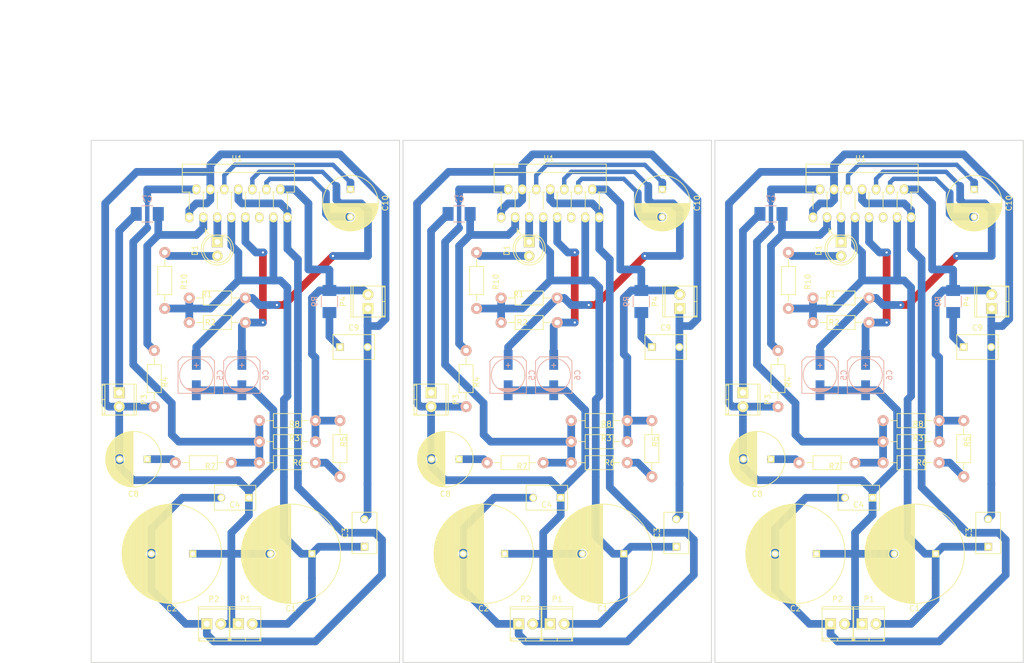
<source format=kicad_pcb>
(kicad_pcb (version 4) (host pcbnew 4.0.2-1.fc23-product)
  (layers (0 F.Cu signal) (31 B.Cu signal) (34 B.Paste user) (35 F.Paste user) (36 B.SilkS user) (37 F.SilkS user) (38 B.Mask user) (39 F.Mask user) (44 Edge.Cuts user))
  (net 0 "")
  (net 1 VCC)
  (net 2 GND)
  (net 3 VEE)
  (net 4 MUTE)
  (net 5 STBY)
  (net 6 "Net-(C7-Pad1)")
  (net 7 "Net-(C7-Pad2)")
  (net 8 "Net-(C8-Pad1)")
  (net 9 "Net-(C9-Pad1)")
  (net 10 "Net-(C10-Pad1)")
  (net 11 "Net-(C10-Pad2)")
  (net 12 "Net-(R3-Pad2)")
  (net 13 "Net-(R5-Pad2)")
  (net 14 DRV)
  (net 15 "Net-(D1-Pad1)")
  (net 16 "Net-(D1-Pad2)")
  (net 17 "Net-(P4-Pad2)")
  (module Capacitors_ThroughHole:C_Radial_D18_L36_P7.5 (layer F.Cu) (at 212.725 130.81 180)
    (fp_text reference C1 (at 3.81 -9.906 180) (layer F.SilkS))
    (fp_text value 1000u)
    (pad 1 thru_hole rect (at 0 0 180) (size 1.3 1.3) (drill 0.8) (layers *.Cu *.Mask F.SilkS) (net 1 VCC))
    (pad 2 thru_hole circle (at 7.5 0 180) (size 1.3 1.3) (drill 0.8) (layers *.Cu *.Mask F.SilkS) (net 2 GND))
  )
  (module Capacitors_ThroughHole:C_Radial_D18_L36_P7.5 (layer F.Cu) (at 191.135 130.81 180)
    (fp_text reference C2 (at 3.81 -9.906 180) (layer F.SilkS))
    (fp_text value 1000u)
    (pad 1 thru_hole rect (at 0 0 180) (size 1.3 1.3) (drill 0.8) (layers *.Cu *.Mask F.SilkS) (net 2 GND))
    (pad 2 thru_hole circle (at 7.5 0 180) (size 1.3 1.3) (drill 0.8) (layers *.Cu *.Mask F.SilkS) (net 3 VEE))
  )
  (module Capacitors_ThroughHole:C_Disc_D7.5_P5 (layer F.Cu) (at 222.25 129.54 90)
    (fp_text reference C3 (at 2.5 -3.5 90) (layer F.SilkS))
    (fp_text value 100n)
    (pad 1 thru_hole rect (at 0 0 90) (size 1.4 1.4) (drill 0.9) (layers *.Cu *.Mask F.SilkS) (net 1 VCC))
    (pad 2 thru_hole circle (at 5 0 90) (size 1.4 1.4) (drill 0.9) (layers *.Cu *.Mask F.SilkS) (net 2 GND))
  )
  (module Capacitors_ThroughHole:C_Disc_D7.5_P5 (layer F.Cu) (at 201.295 120.65 180)
    (fp_text reference C4 (at 2.54 -1.27 180) (layer F.SilkS))
    (fp_text value 100n)
    (pad 1 thru_hole rect (at 0 0 180) (size 1.4 1.4) (drill 0.9) (layers *.Cu *.Mask F.SilkS) (net 2 GND))
    (pad 2 thru_hole circle (at 5 0 180) (size 1.4 1.4) (drill 0.9) (layers *.Cu *.Mask F.SilkS) (net 3 VEE))
  )
  (module Capacitors_SMD:c_elec_6.3x7.7 (layer B.Cu) (at 191.77 98.425 90)
    (fp_text reference C5 (at 0 4.318 90) (layer B.SilkS) (effects (justify mirror)))
    (fp_text value 22u)
    (pad 1 smd rect (at 2.75082 0 90) (size 3.59918 1.6002) (layers B.Cu B.Paste B.Mask) (net 4 MUTE))
    (pad 2 smd rect (at -2.75082 0 90) (size 3.59918 1.6002) (layers B.Cu B.Paste B.Mask) (net 2 GND))
  )
  (module Capacitors_SMD:c_elec_6.3x7.7 (layer B.Cu) (at 200.025 98.425 90)
    (fp_text reference C6 (at 0 4.318 90) (layer B.SilkS) (effects (justify mirror)))
    (fp_text value 22u)
    (pad 1 smd rect (at 2.75082 0 90) (size 3.59918 1.6002) (layers B.Cu B.Paste B.Mask) (net 5 STBY))
    (pad 2 smd rect (at -2.75082 0 90) (size 3.59918 1.6002) (layers B.Cu B.Paste B.Mask) (net 2 GND))
  )
  (module Capacitors_SMD:C_1210_HandSoldering (layer B.Cu) (at 182.88 69.215 180)
    (fp_text reference C7 (at 0 2.7 180) (layer B.SilkS) (effects (justify mirror)))
    (fp_text value 1u)
    (pad 1 smd rect (at -2 0 180) (size 2 2.5) (layers B.Cu B.Paste B.Mask) (net 6 "Net-(C7-Pad1)"))
    (pad 2 smd rect (at 2 0 180) (size 2 2.5) (layers B.Cu B.Paste B.Mask) (net 7 "Net-(C7-Pad2)"))
  )
  (module Capacitors_ThroughHole:C_Radial_D10_L21_P5 (layer F.Cu) (at 182.88 113.665 180)
    (fp_text reference C8 (at 2.5 -6.3 180) (layer F.SilkS))
    (fp_text value 22u)
    (pad 1 thru_hole rect (at 0 0 180) (size 1.3 1.3) (drill 0.8) (layers *.Cu *.Mask F.SilkS) (net 8 "Net-(C8-Pad1)"))
    (pad 2 thru_hole circle (at 5 0 180) (size 1.3 1.3) (drill 0.8) (layers *.Cu *.Mask F.SilkS) (net 2 GND))
  )
  (module Capacitors_ThroughHole:C_Disc_D7.5_P5 (layer F.Cu) (at 217.805 93.345)
    (fp_text reference C9 (at 2.5 -3.5) (layer F.SilkS))
    (fp_text value 100n)
    (pad 1 thru_hole rect (at 0 0) (size 1.4 1.4) (drill 0.9) (layers *.Cu *.Mask F.SilkS) (net 9 "Net-(C9-Pad1)"))
    (pad 2 thru_hole circle (at 5 0) (size 1.4 1.4) (drill 0.9) (layers *.Cu *.Mask F.SilkS) (net 2 GND))
  )
  (module Capacitors_ThroughHole:C_Radial_D10_L21_P5 (layer F.Cu) (at 219.71 64.77 270)
    (fp_text reference C10 (at 2.5 -6.3 270) (layer F.SilkS))
    (fp_text value 22u)
    (pad 1 thru_hole rect (at 0 0 270) (size 1.3 1.3) (drill 0.8) (layers *.Cu *.Mask F.SilkS) (net 10 "Net-(C10-Pad1)"))
    (pad 2 thru_hole circle (at 5 0 270) (size 1.3 1.3) (drill 0.8) (layers *.Cu *.Mask F.SilkS) (net 11 "Net-(C10-Pad2)"))
  )
  (module Terminal_Blocks:TerminalBlock_Pheonix_MPT-2.54mm_2pol (layer F.Cu) (at 199.39 143.51)
    (fp_text reference P1 (at 1.27 -4.50088) (layer F.SilkS))
    (fp_text value CONN_01X02)
    (pad 2 thru_hole oval (at 2.54 0) (size 1.99898 1.99898) (drill 1.09728) (layers *.Cu *.Mask F.SilkS) (net 1 VCC))
    (pad 1 thru_hole rect (at 0 0) (size 1.99898 1.99898) (drill 1.09728) (layers *.Cu *.Mask F.SilkS) (net 2 GND))
  )
  (module Terminal_Blocks:TerminalBlock_Pheonix_MPT-2.54mm_2pol (layer F.Cu) (at 193.675 143.51)
    (fp_text reference P2 (at 1.27 -4.50088) (layer F.SilkS))
    (fp_text value CONN_01X02)
    (pad 2 thru_hole oval (at 2.54 0) (size 1.99898 1.99898) (drill 1.09728) (layers *.Cu *.Mask F.SilkS) (net 2 GND))
    (pad 1 thru_hole rect (at 0 0) (size 1.99898 1.99898) (drill 1.09728) (layers *.Cu *.Mask F.SilkS) (net 3 VEE))
  )
  (module Terminal_Blocks:TerminalBlock_Pheonix_MPT-2.54mm_2pol (layer F.Cu) (at 177.8 101.6 270)
    (fp_text reference P3 (at 1.27 -4.50088 270) (layer F.SilkS))
    (fp_text value CONN_01X02)
    (pad 2 thru_hole oval (at 2.54 0 270) (size 1.99898 1.99898) (drill 1.09728) (layers *.Cu *.Mask F.SilkS) (net 2 GND))
    (pad 1 thru_hole rect (at 0 0 270) (size 1.99898 1.99898) (drill 1.09728) (layers *.Cu *.Mask F.SilkS) (net 7 "Net-(C7-Pad2)"))
  )
  (module Terminal_Blocks:TerminalBlock_Pheonix_MPT-2.54mm_2pol (layer F.Cu) (at 222.885 86.36 90)
    (fp_text reference P4 (at 1.27 -4.50088 90) (layer F.SilkS))
    (fp_text value CONN_01X02)
    (pad 2 thru_hole oval (at 2.54 0 90) (size 1.99898 1.99898) (drill 1.09728) (layers *.Cu *.Mask F.SilkS) (net 17 "Net-(P4-Pad2)"))
    (pad 1 thru_hole rect (at 0 0 90) (size 1.99898 1.99898) (drill 1.09728) (layers *.Cu *.Mask F.SilkS) (net 2 GND))
  )
  (module Resistors_ThroughHole:Resistor_Horizontal_RM10mm (layer F.Cu) (at 195.58 84.455)
    (fp_text reference R1 (at -1.905 -0.635) (layer F.SilkS))
    (fp_text value 22k)
    (pad 1 thru_hole circle (at -5.08 0) (size 1.99898 1.99898) (drill 1.00076) (layers *.Cu *.SilkS *.Mask) (net 1 VCC))
    (pad 2 thru_hole circle (at 5.08 0) (size 1.99898 1.99898) (drill 1.00076) (layers *.Cu *.SilkS *.Mask) (net 4 MUTE))
  )
  (module Resistors_ThroughHole:Resistor_Horizontal_RM10mm (layer F.Cu) (at 195.58 88.9)
    (fp_text reference R2 (at -1.27 0) (layer F.SilkS))
    (fp_text value 10k)
    (pad 1 thru_hole circle (at -5.08 0) (size 1.99898 1.99898) (drill 1.00076) (layers *.Cu *.SilkS *.Mask) (net 1 VCC))
    (pad 2 thru_hole circle (at 5.08 0) (size 1.99898 1.99898) (drill 1.00076) (layers *.Cu *.SilkS *.Mask) (net 5 STBY))
  )
  (module Resistors_ThroughHole:Resistor_Horizontal_RM10mm (layer F.Cu) (at 208.28 110.49 180)
    (fp_text reference R3 (at -1.27 0.635 180) (layer F.SilkS))
    (fp_text value RFB)
    (pad 1 thru_hole circle (at -5.08 0 180) (size 1.99898 1.99898) (drill 1.00076) (layers *.Cu *.SilkS *.Mask) (net 17 "Net-(P4-Pad2)"))
    (pad 2 thru_hole circle (at 5.08 0 180) (size 1.99898 1.99898) (drill 1.00076) (layers *.Cu *.SilkS *.Mask) (net 12 "Net-(R3-Pad2)"))
  )
  (module Resistors_ThroughHole:Resistor_Horizontal_RM10mm (layer F.Cu) (at 184.15 99.06 270)
    (fp_text reference R4 (at 0.635 -1.905 270) (layer F.SilkS))
    (fp_text value 22k)
    (pad 1 thru_hole circle (at -5.08 0 270) (size 1.99898 1.99898) (drill 1.00076) (layers *.Cu *.SilkS *.Mask) (net 6 "Net-(C7-Pad1)"))
    (pad 2 thru_hole circle (at 5.08 0 270) (size 1.99898 1.99898) (drill 1.00076) (layers *.Cu *.SilkS *.Mask) (net 2 GND))
  )
  (module Resistors_ThroughHole:Resistor_Horizontal_RM10mm (layer F.Cu) (at 217.805 111.76 270)
    (fp_text reference R5 (at -1.27 -0.635 270) (layer F.SilkS))
    (fp_text value RFB)
    (pad 1 thru_hole circle (at -5.08 0 270) (size 1.99898 1.99898) (drill 1.00076) (layers *.Cu *.SilkS *.Mask) (net 17 "Net-(P4-Pad2)"))
    (pad 2 thru_hole circle (at 5.08 0 270) (size 1.99898 1.99898) (drill 1.00076) (layers *.Cu *.SilkS *.Mask) (net 13 "Net-(R5-Pad2)"))
  )
  (module Resistors_ThroughHole:Resistor_Horizontal_RM10mm (layer F.Cu) (at 208.28 114.3 180)
    (fp_text reference R6 (at -1.905 0 180) (layer F.SilkS))
    (fp_text value RFB)
    (pad 1 thru_hole circle (at -5.08 0 180) (size 1.99898 1.99898) (drill 1.00076) (layers *.Cu *.SilkS *.Mask) (net 13 "Net-(R5-Pad2)"))
    (pad 2 thru_hole circle (at 5.08 0 180) (size 1.99898 1.99898) (drill 1.00076) (layers *.Cu *.SilkS *.Mask) (net 12 "Net-(R3-Pad2)"))
  )
  (module Resistors_ThroughHole:Resistor_Horizontal_RM10mm (layer F.Cu) (at 193.04 114.3 180)
    (fp_text reference R7 (at -1.27 -0.635 180) (layer F.SilkS))
    (fp_text value 680)
    (pad 1 thru_hole circle (at -5.08 0 180) (size 1.99898 1.99898) (drill 1.00076) (layers *.Cu *.SilkS *.Mask) (net 12 "Net-(R3-Pad2)"))
    (pad 2 thru_hole circle (at 5.08 0 180) (size 1.99898 1.99898) (drill 1.00076) (layers *.Cu *.SilkS *.Mask) (net 8 "Net-(C8-Pad1)"))
  )
  (module Resistors_ThroughHole:Resistor_Horizontal_RM10mm (layer F.Cu) (at 208.28 106.68 180)
    (fp_text reference R8 (at -1.27 -0.635 180) (layer F.SilkS))
    (fp_text value RFB)
    (pad 1 thru_hole circle (at -5.08 0 180) (size 1.99898 1.99898) (drill 1.00076) (layers *.Cu *.SilkS *.Mask) (net 17 "Net-(P4-Pad2)"))
    (pad 2 thru_hole circle (at 5.08 0 180) (size 1.99898 1.99898) (drill 1.00076) (layers *.Cu *.SilkS *.Mask) (net 12 "Net-(R3-Pad2)"))
  )
  (module Resistors_SMD:R_1210_HandSoldering (layer B.Cu) (at 215.9 85.09 270)
    (fp_text reference R9 (at 0 2.7 270) (layer B.SilkS) (effects (justify mirror)))
    (fp_text value 3R3)
    (pad 1 smd rect (at -2 0 270) (size 2 2.5) (layers B.Cu B.Paste B.Mask) (net 17 "Net-(P4-Pad2)"))
    (pad 2 smd rect (at 2 0 270) (size 2 2.5) (layers B.Cu B.Paste B.Mask) (net 9 "Net-(C9-Pad1)"))
  )
  (module TO_SOT_Packages_THT:Multiwatt_15_Vertical (layer F.Cu) (at 190.5 69.85)
    (fp_text reference U1 (at 8.636 -10.668) (layer F.SilkS))
    (fp_text value TDA7293V)
    (pad 1 thru_hole oval (at 0 0) (size 1.524 1.824) (drill 0.95) (layers *.Cu *.Mask F.SilkS) (net 2 GND))
    (pad 2 thru_hole oval (at 1.27 -5.08) (size 1.524 1.824) (drill 0.95) (layers *.Cu *.Mask F.SilkS) (net 12 "Net-(R3-Pad2)"))
    (pad 3 thru_hole oval (at 2.54 0) (size 1.524 1.824) (drill 0.95) (layers *.Cu *.Mask F.SilkS) (net 6 "Net-(C7-Pad1)"))
    (pad 4 thru_hole oval (at 3.81 -5.08) (size 1.524 1.824) (drill 0.95) (layers *.Cu *.Mask F.SilkS) (net 2 GND))
    (pad 5 thru_hole oval (at 5.08 0) (size 1.524 1.824) (drill 0.95) (layers *.Cu *.Mask F.SilkS) (net 15 "Net-(D1-Pad1)"))
    (pad 6 thru_hole oval (at 6.35 -5.08) (size 1.524 1.824) (drill 0.95) (layers *.Cu *.Mask F.SilkS) (net 10 "Net-(C10-Pad1)"))
    (pad 7 thru_hole oval (at 7.62 0) (size 1.524 1.824) (drill 0.95) (layers *.Cu *.Mask F.SilkS) (net 1 VCC))
    (pad 8 thru_hole oval (at 8.89 -5.08) (size 1.524 1.824) (drill 0.95) (layers *.Cu *.Mask F.SilkS) (net 3 VEE))
    (pad 9 thru_hole oval (at 10.16 0) (size 1.524 1.824) (drill 0.95) (layers *.Cu *.Mask F.SilkS) (net 5 STBY))
    (pad 10 thru_hole oval (at 11.43 -5.08) (size 1.524 1.824) (drill 0.95) (layers *.Cu *.Mask F.SilkS) (net 4 MUTE))
    (pad 11 thru_hole oval (at 12.7 0) (size 1.524 1.824) (drill 0.95) (layers *.Cu *.Mask F.SilkS) (net 14 DRV))
    (pad 12 thru_hole oval (at 13.97 -5.08) (size 1.524 1.824) (drill 0.95) (layers *.Cu *.Mask F.SilkS) (net 11 "Net-(C10-Pad2)"))
    (pad 13 thru_hole oval (at 15.24 0) (size 1.524 1.824) (drill 0.95) (layers *.Cu *.Mask F.SilkS) (net 1 VCC))
    (pad 14 thru_hole oval (at 16.51 -5.08) (size 1.524 1.824) (drill 0.95) (layers *.Cu *.Mask F.SilkS) (net 17 "Net-(P4-Pad2)"))
    (pad 15 thru_hole oval (at 17.78 0) (size 1.524 1.824) (drill 0.95) (layers *.Cu *.Mask F.SilkS) (net 3 VEE))
  )
  (module LEDs:LED-5MM (layer F.Cu) (at 195.58 74.295 270)
    (fp_text reference D1 (at 1.524 4.064 270) (layer F.SilkS))
    (fp_text value Led_Small)
    (fp_text user K (at -1.905 1.905 360) (layer F.SilkS))
    (pad 1 thru_hole rect (at 0 0) (size 2 1.9) (drill 1.00076) (layers *.Cu *.Mask F.SilkS) (net 15 "Net-(D1-Pad1)"))
    (pad 2 thru_hole circle (at 2.54 0 270) (size 1.9 1.9) (drill 1.00076) (layers *.Cu *.Mask F.SilkS) (net 16 "Net-(D1-Pad2)"))
  )
  (module Resistors_ThroughHole:Resistor_Horizontal_RM10mm (layer F.Cu) (at 186.055 81.28 270)
    (fp_text reference R10 (at 0.24892 -3.50012 270) (layer F.SilkS))
    (fp_text value 22k)
    (pad 1 thru_hole circle (at -5.08 0 270) (size 1.99898 1.99898) (drill 1.00076) (layers *.Cu *.SilkS *.Mask) (net 16 "Net-(D1-Pad2)"))
    (pad 2 thru_hole circle (at 5.08 0 270) (size 1.99898 1.99898) (drill 1.00076) (layers *.Cu *.SilkS *.Mask) (net 1 VCC))
  )
  (module Resistors_ThroughHole:Resistor_Horizontal_RM10mm (layer F.Cu) (at 129.54 81.28 270)
    (fp_text reference R10 (at 0.24892 -3.50012 270) (layer F.SilkS))
    (fp_text value 22k)
    (pad 1 thru_hole circle (at -5.08 0 270) (size 1.99898 1.99898) (drill 1.00076) (layers *.Cu *.SilkS *.Mask) (net 16 "Net-(D1-Pad2)"))
    (pad 2 thru_hole circle (at 5.08 0 270) (size 1.99898 1.99898) (drill 1.00076) (layers *.Cu *.SilkS *.Mask) (net 1 VCC))
  )
  (module LEDs:LED-5MM (layer F.Cu) (at 139.065 74.295 270)
    (fp_text reference D1 (at 1.524 4.064 270) (layer F.SilkS))
    (fp_text value Led_Small)
    (fp_text user K (at -1.905 1.905 360) (layer F.SilkS))
    (pad 1 thru_hole rect (at 0 0) (size 2 1.9) (drill 1.00076) (layers *.Cu *.Mask F.SilkS) (net 15 "Net-(D1-Pad1)"))
    (pad 2 thru_hole circle (at 2.54 0 270) (size 1.9 1.9) (drill 1.00076) (layers *.Cu *.Mask F.SilkS) (net 16 "Net-(D1-Pad2)"))
  )
  (module TO_SOT_Packages_THT:Multiwatt_15_Vertical (layer F.Cu) (at 133.985 69.85)
    (fp_text reference U1 (at 8.636 -10.668) (layer F.SilkS))
    (fp_text value TDA7293V)
    (pad 1 thru_hole oval (at 0 0) (size 1.524 1.824) (drill 0.95) (layers *.Cu *.Mask F.SilkS) (net 2 GND))
    (pad 2 thru_hole oval (at 1.27 -5.08) (size 1.524 1.824) (drill 0.95) (layers *.Cu *.Mask F.SilkS) (net 12 "Net-(R3-Pad2)"))
    (pad 3 thru_hole oval (at 2.54 0) (size 1.524 1.824) (drill 0.95) (layers *.Cu *.Mask F.SilkS) (net 6 "Net-(C7-Pad1)"))
    (pad 4 thru_hole oval (at 3.81 -5.08) (size 1.524 1.824) (drill 0.95) (layers *.Cu *.Mask F.SilkS) (net 2 GND))
    (pad 5 thru_hole oval (at 5.08 0) (size 1.524 1.824) (drill 0.95) (layers *.Cu *.Mask F.SilkS) (net 15 "Net-(D1-Pad1)"))
    (pad 6 thru_hole oval (at 6.35 -5.08) (size 1.524 1.824) (drill 0.95) (layers *.Cu *.Mask F.SilkS) (net 10 "Net-(C10-Pad1)"))
    (pad 7 thru_hole oval (at 7.62 0) (size 1.524 1.824) (drill 0.95) (layers *.Cu *.Mask F.SilkS) (net 1 VCC))
    (pad 8 thru_hole oval (at 8.89 -5.08) (size 1.524 1.824) (drill 0.95) (layers *.Cu *.Mask F.SilkS) (net 3 VEE))
    (pad 9 thru_hole oval (at 10.16 0) (size 1.524 1.824) (drill 0.95) (layers *.Cu *.Mask F.SilkS) (net 5 STBY))
    (pad 10 thru_hole oval (at 11.43 -5.08) (size 1.524 1.824) (drill 0.95) (layers *.Cu *.Mask F.SilkS) (net 4 MUTE))
    (pad 11 thru_hole oval (at 12.7 0) (size 1.524 1.824) (drill 0.95) (layers *.Cu *.Mask F.SilkS) (net 14 DRV))
    (pad 12 thru_hole oval (at 13.97 -5.08) (size 1.524 1.824) (drill 0.95) (layers *.Cu *.Mask F.SilkS) (net 11 "Net-(C10-Pad2)"))
    (pad 13 thru_hole oval (at 15.24 0) (size 1.524 1.824) (drill 0.95) (layers *.Cu *.Mask F.SilkS) (net 1 VCC))
    (pad 14 thru_hole oval (at 16.51 -5.08) (size 1.524 1.824) (drill 0.95) (layers *.Cu *.Mask F.SilkS) (net 17 "Net-(P4-Pad2)"))
    (pad 15 thru_hole oval (at 17.78 0) (size 1.524 1.824) (drill 0.95) (layers *.Cu *.Mask F.SilkS) (net 3 VEE))
  )
  (module Resistors_SMD:R_1210_HandSoldering (layer B.Cu) (at 159.385 85.09 270)
    (fp_text reference R9 (at 0 2.7 270) (layer B.SilkS) (effects (justify mirror)))
    (fp_text value 3R3)
    (pad 1 smd rect (at -2 0 270) (size 2 2.5) (layers B.Cu B.Paste B.Mask) (net 17 "Net-(P4-Pad2)"))
    (pad 2 smd rect (at 2 0 270) (size 2 2.5) (layers B.Cu B.Paste B.Mask) (net 9 "Net-(C9-Pad1)"))
  )
  (module Resistors_ThroughHole:Resistor_Horizontal_RM10mm (layer F.Cu) (at 151.765 106.68 180)
    (fp_text reference R8 (at -1.27 -0.635 180) (layer F.SilkS))
    (fp_text value RFB)
    (pad 1 thru_hole circle (at -5.08 0 180) (size 1.99898 1.99898) (drill 1.00076) (layers *.Cu *.SilkS *.Mask) (net 17 "Net-(P4-Pad2)"))
    (pad 2 thru_hole circle (at 5.08 0 180) (size 1.99898 1.99898) (drill 1.00076) (layers *.Cu *.SilkS *.Mask) (net 12 "Net-(R3-Pad2)"))
  )
  (module Resistors_ThroughHole:Resistor_Horizontal_RM10mm (layer F.Cu) (at 136.525 114.3 180)
    (fp_text reference R7 (at -1.27 -0.635 180) (layer F.SilkS))
    (fp_text value 680)
    (pad 1 thru_hole circle (at -5.08 0 180) (size 1.99898 1.99898) (drill 1.00076) (layers *.Cu *.SilkS *.Mask) (net 12 "Net-(R3-Pad2)"))
    (pad 2 thru_hole circle (at 5.08 0 180) (size 1.99898 1.99898) (drill 1.00076) (layers *.Cu *.SilkS *.Mask) (net 8 "Net-(C8-Pad1)"))
  )
  (module Resistors_ThroughHole:Resistor_Horizontal_RM10mm (layer F.Cu) (at 151.765 114.3 180)
    (fp_text reference R6 (at -1.905 0 180) (layer F.SilkS))
    (fp_text value RFB)
    (pad 1 thru_hole circle (at -5.08 0 180) (size 1.99898 1.99898) (drill 1.00076) (layers *.Cu *.SilkS *.Mask) (net 13 "Net-(R5-Pad2)"))
    (pad 2 thru_hole circle (at 5.08 0 180) (size 1.99898 1.99898) (drill 1.00076) (layers *.Cu *.SilkS *.Mask) (net 12 "Net-(R3-Pad2)"))
  )
  (module Resistors_ThroughHole:Resistor_Horizontal_RM10mm (layer F.Cu) (at 161.29 111.76 270)
    (fp_text reference R5 (at -1.27 -0.635 270) (layer F.SilkS))
    (fp_text value RFB)
    (pad 1 thru_hole circle (at -5.08 0 270) (size 1.99898 1.99898) (drill 1.00076) (layers *.Cu *.SilkS *.Mask) (net 17 "Net-(P4-Pad2)"))
    (pad 2 thru_hole circle (at 5.08 0 270) (size 1.99898 1.99898) (drill 1.00076) (layers *.Cu *.SilkS *.Mask) (net 13 "Net-(R5-Pad2)"))
  )
  (module Resistors_ThroughHole:Resistor_Horizontal_RM10mm (layer F.Cu) (at 127.635 99.06 270)
    (fp_text reference R4 (at 0.635 -1.905 270) (layer F.SilkS))
    (fp_text value 22k)
    (pad 1 thru_hole circle (at -5.08 0 270) (size 1.99898 1.99898) (drill 1.00076) (layers *.Cu *.SilkS *.Mask) (net 6 "Net-(C7-Pad1)"))
    (pad 2 thru_hole circle (at 5.08 0 270) (size 1.99898 1.99898) (drill 1.00076) (layers *.Cu *.SilkS *.Mask) (net 2 GND))
  )
  (module Resistors_ThroughHole:Resistor_Horizontal_RM10mm (layer F.Cu) (at 151.765 110.49 180)
    (fp_text reference R3 (at -1.27 0.635 180) (layer F.SilkS))
    (fp_text value RFB)
    (pad 1 thru_hole circle (at -5.08 0 180) (size 1.99898 1.99898) (drill 1.00076) (layers *.Cu *.SilkS *.Mask) (net 17 "Net-(P4-Pad2)"))
    (pad 2 thru_hole circle (at 5.08 0 180) (size 1.99898 1.99898) (drill 1.00076) (layers *.Cu *.SilkS *.Mask) (net 12 "Net-(R3-Pad2)"))
  )
  (module Resistors_ThroughHole:Resistor_Horizontal_RM10mm (layer F.Cu) (at 139.065 88.9)
    (fp_text reference R2 (at -1.27 0) (layer F.SilkS))
    (fp_text value 10k)
    (pad 1 thru_hole circle (at -5.08 0) (size 1.99898 1.99898) (drill 1.00076) (layers *.Cu *.SilkS *.Mask) (net 1 VCC))
    (pad 2 thru_hole circle (at 5.08 0) (size 1.99898 1.99898) (drill 1.00076) (layers *.Cu *.SilkS *.Mask) (net 5 STBY))
  )
  (module Resistors_ThroughHole:Resistor_Horizontal_RM10mm (layer F.Cu) (at 139.065 84.455)
    (fp_text reference R1 (at -1.905 -0.635) (layer F.SilkS))
    (fp_text value 22k)
    (pad 1 thru_hole circle (at -5.08 0) (size 1.99898 1.99898) (drill 1.00076) (layers *.Cu *.SilkS *.Mask) (net 1 VCC))
    (pad 2 thru_hole circle (at 5.08 0) (size 1.99898 1.99898) (drill 1.00076) (layers *.Cu *.SilkS *.Mask) (net 4 MUTE))
  )
  (module Terminal_Blocks:TerminalBlock_Pheonix_MPT-2.54mm_2pol (layer F.Cu) (at 166.37 86.36 90)
    (fp_text reference P4 (at 1.27 -4.50088 90) (layer F.SilkS))
    (fp_text value CONN_01X02)
    (pad 2 thru_hole oval (at 2.54 0 90) (size 1.99898 1.99898) (drill 1.09728) (layers *.Cu *.Mask F.SilkS) (net 17 "Net-(P4-Pad2)"))
    (pad 1 thru_hole rect (at 0 0 90) (size 1.99898 1.99898) (drill 1.09728) (layers *.Cu *.Mask F.SilkS) (net 2 GND))
  )
  (module Terminal_Blocks:TerminalBlock_Pheonix_MPT-2.54mm_2pol (layer F.Cu) (at 121.285 101.6 270)
    (fp_text reference P3 (at 1.27 -4.50088 270) (layer F.SilkS))
    (fp_text value CONN_01X02)
    (pad 2 thru_hole oval (at 2.54 0 270) (size 1.99898 1.99898) (drill 1.09728) (layers *.Cu *.Mask F.SilkS) (net 2 GND))
    (pad 1 thru_hole rect (at 0 0 270) (size 1.99898 1.99898) (drill 1.09728) (layers *.Cu *.Mask F.SilkS) (net 7 "Net-(C7-Pad2)"))
  )
  (module Terminal_Blocks:TerminalBlock_Pheonix_MPT-2.54mm_2pol (layer F.Cu) (at 137.16 143.51)
    (fp_text reference P2 (at 1.27 -4.50088) (layer F.SilkS))
    (fp_text value CONN_01X02)
    (pad 2 thru_hole oval (at 2.54 0) (size 1.99898 1.99898) (drill 1.09728) (layers *.Cu *.Mask F.SilkS) (net 2 GND))
    (pad 1 thru_hole rect (at 0 0) (size 1.99898 1.99898) (drill 1.09728) (layers *.Cu *.Mask F.SilkS) (net 3 VEE))
  )
  (module Terminal_Blocks:TerminalBlock_Pheonix_MPT-2.54mm_2pol (layer F.Cu) (at 142.875 143.51)
    (fp_text reference P1 (at 1.27 -4.50088) (layer F.SilkS))
    (fp_text value CONN_01X02)
    (pad 2 thru_hole oval (at 2.54 0) (size 1.99898 1.99898) (drill 1.09728) (layers *.Cu *.Mask F.SilkS) (net 1 VCC))
    (pad 1 thru_hole rect (at 0 0) (size 1.99898 1.99898) (drill 1.09728) (layers *.Cu *.Mask F.SilkS) (net 2 GND))
  )
  (module Capacitors_ThroughHole:C_Radial_D10_L21_P5 (layer F.Cu) (at 163.195 64.77 270)
    (fp_text reference C10 (at 2.5 -6.3 270) (layer F.SilkS))
    (fp_text value 22u)
    (pad 1 thru_hole rect (at 0 0 270) (size 1.3 1.3) (drill 0.8) (layers *.Cu *.Mask F.SilkS) (net 10 "Net-(C10-Pad1)"))
    (pad 2 thru_hole circle (at 5 0 270) (size 1.3 1.3) (drill 0.8) (layers *.Cu *.Mask F.SilkS) (net 11 "Net-(C10-Pad2)"))
  )
  (module Capacitors_ThroughHole:C_Disc_D7.5_P5 (layer F.Cu) (at 161.29 93.345)
    (fp_text reference C9 (at 2.5 -3.5) (layer F.SilkS))
    (fp_text value 100n)
    (pad 1 thru_hole rect (at 0 0) (size 1.4 1.4) (drill 0.9) (layers *.Cu *.Mask F.SilkS) (net 9 "Net-(C9-Pad1)"))
    (pad 2 thru_hole circle (at 5 0) (size 1.4 1.4) (drill 0.9) (layers *.Cu *.Mask F.SilkS) (net 2 GND))
  )
  (module Capacitors_ThroughHole:C_Radial_D10_L21_P5 (layer F.Cu) (at 126.365 113.665 180)
    (fp_text reference C8 (at 2.5 -6.3 180) (layer F.SilkS))
    (fp_text value 22u)
    (pad 1 thru_hole rect (at 0 0 180) (size 1.3 1.3) (drill 0.8) (layers *.Cu *.Mask F.SilkS) (net 8 "Net-(C8-Pad1)"))
    (pad 2 thru_hole circle (at 5 0 180) (size 1.3 1.3) (drill 0.8) (layers *.Cu *.Mask F.SilkS) (net 2 GND))
  )
  (module Capacitors_SMD:C_1210_HandSoldering (layer B.Cu) (at 126.365 69.215 180)
    (fp_text reference C7 (at 0 2.7 180) (layer B.SilkS) (effects (justify mirror)))
    (fp_text value 1u)
    (pad 1 smd rect (at -2 0 180) (size 2 2.5) (layers B.Cu B.Paste B.Mask) (net 6 "Net-(C7-Pad1)"))
    (pad 2 smd rect (at 2 0 180) (size 2 2.5) (layers B.Cu B.Paste B.Mask) (net 7 "Net-(C7-Pad2)"))
  )
  (module Capacitors_SMD:c_elec_6.3x7.7 (layer B.Cu) (at 143.51 98.425 90)
    (fp_text reference C6 (at 0 4.318 90) (layer B.SilkS) (effects (justify mirror)))
    (fp_text value 22u)
    (pad 1 smd rect (at 2.75082 0 90) (size 3.59918 1.6002) (layers B.Cu B.Paste B.Mask) (net 5 STBY))
    (pad 2 smd rect (at -2.75082 0 90) (size 3.59918 1.6002) (layers B.Cu B.Paste B.Mask) (net 2 GND))
  )
  (module Capacitors_SMD:c_elec_6.3x7.7 (layer B.Cu) (at 135.255 98.425 90)
    (fp_text reference C5 (at 0 4.318 90) (layer B.SilkS) (effects (justify mirror)))
    (fp_text value 22u)
    (pad 1 smd rect (at 2.75082 0 90) (size 3.59918 1.6002) (layers B.Cu B.Paste B.Mask) (net 4 MUTE))
    (pad 2 smd rect (at -2.75082 0 90) (size 3.59918 1.6002) (layers B.Cu B.Paste B.Mask) (net 2 GND))
  )
  (module Capacitors_ThroughHole:C_Disc_D7.5_P5 (layer F.Cu) (at 144.78 120.65 180)
    (fp_text reference C4 (at 2.54 -1.27 180) (layer F.SilkS))
    (fp_text value 100n)
    (pad 1 thru_hole rect (at 0 0 180) (size 1.4 1.4) (drill 0.9) (layers *.Cu *.Mask F.SilkS) (net 2 GND))
    (pad 2 thru_hole circle (at 5 0 180) (size 1.4 1.4) (drill 0.9) (layers *.Cu *.Mask F.SilkS) (net 3 VEE))
  )
  (module Capacitors_ThroughHole:C_Disc_D7.5_P5 (layer F.Cu) (at 165.735 129.54 90)
    (fp_text reference C3 (at 2.5 -3.5 90) (layer F.SilkS))
    (fp_text value 100n)
    (pad 1 thru_hole rect (at 0 0 90) (size 1.4 1.4) (drill 0.9) (layers *.Cu *.Mask F.SilkS) (net 1 VCC))
    (pad 2 thru_hole circle (at 5 0 90) (size 1.4 1.4) (drill 0.9) (layers *.Cu *.Mask F.SilkS) (net 2 GND))
  )
  (module Capacitors_ThroughHole:C_Radial_D18_L36_P7.5 (layer F.Cu) (at 134.62 130.81 180)
    (fp_text reference C2 (at 3.81 -9.906 180) (layer F.SilkS))
    (fp_text value 1000u)
    (pad 1 thru_hole rect (at 0 0 180) (size 1.3 1.3) (drill 0.8) (layers *.Cu *.Mask F.SilkS) (net 2 GND))
    (pad 2 thru_hole circle (at 7.5 0 180) (size 1.3 1.3) (drill 0.8) (layers *.Cu *.Mask F.SilkS) (net 3 VEE))
  )
  (module Capacitors_ThroughHole:C_Radial_D18_L36_P7.5 (layer F.Cu) (at 156.21 130.81 180)
    (fp_text reference C1 (at 3.81 -9.906 180) (layer F.SilkS))
    (fp_text value 1000u)
    (pad 1 thru_hole rect (at 0 0 180) (size 1.3 1.3) (drill 0.8) (layers *.Cu *.Mask F.SilkS) (net 1 VCC))
    (pad 2 thru_hole circle (at 7.5 0 180) (size 1.3 1.3) (drill 0.8) (layers *.Cu *.Mask F.SilkS) (net 2 GND))
  )
  (module Capacitors_ThroughHole:C_Radial_D18_L36_P7.5 (layer F.Cu) (at 99.695 130.81 180)
    (fp_text reference C1 (at 3.81 -9.906 180) (layer F.SilkS))
    (fp_text value 1000u)
    (pad 1 thru_hole rect (at 0 0 180) (size 1.3 1.3) (drill 0.8) (layers *.Cu *.Mask F.SilkS) (net 1 VCC))
    (pad 2 thru_hole circle (at 7.5 0 180) (size 1.3 1.3) (drill 0.8) (layers *.Cu *.Mask F.SilkS) (net 2 GND))
  )
  (module Capacitors_ThroughHole:C_Radial_D18_L36_P7.5 (layer F.Cu) (at 78.105 130.81 180)
    (fp_text reference C2 (at 3.81 -9.906 180) (layer F.SilkS))
    (fp_text value 1000u)
    (pad 1 thru_hole rect (at 0 0 180) (size 1.3 1.3) (drill 0.8) (layers *.Cu *.Mask F.SilkS) (net 2 GND))
    (pad 2 thru_hole circle (at 7.5 0 180) (size 1.3 1.3) (drill 0.8) (layers *.Cu *.Mask F.SilkS) (net 3 VEE))
  )
  (module Capacitors_ThroughHole:C_Disc_D7.5_P5 (layer F.Cu) (at 109.22 129.54 90)
    (fp_text reference C3 (at 2.5 -3.5 90) (layer F.SilkS))
    (fp_text value 100n)
    (pad 1 thru_hole rect (at 0 0 90) (size 1.4 1.4) (drill 0.9) (layers *.Cu *.Mask F.SilkS) (net 1 VCC))
    (pad 2 thru_hole circle (at 5 0 90) (size 1.4 1.4) (drill 0.9) (layers *.Cu *.Mask F.SilkS) (net 2 GND))
  )
  (module Capacitors_ThroughHole:C_Disc_D7.5_P5 (layer F.Cu) (at 88.265 120.65 180)
    (fp_text reference C4 (at 2.54 -1.27 180) (layer F.SilkS))
    (fp_text value 100n)
    (pad 1 thru_hole rect (at 0 0 180) (size 1.4 1.4) (drill 0.9) (layers *.Cu *.Mask F.SilkS) (net 2 GND))
    (pad 2 thru_hole circle (at 5 0 180) (size 1.4 1.4) (drill 0.9) (layers *.Cu *.Mask F.SilkS) (net 3 VEE))
  )
  (module Capacitors_SMD:c_elec_6.3x7.7 (layer B.Cu) (at 78.74 98.425 90)
    (fp_text reference C5 (at 0 4.318 90) (layer B.SilkS) (effects (justify mirror)))
    (fp_text value 22u)
    (pad 1 smd rect (at 2.75082 0 90) (size 3.59918 1.6002) (layers B.Cu B.Paste B.Mask) (net 4 MUTE))
    (pad 2 smd rect (at -2.75082 0 90) (size 3.59918 1.6002) (layers B.Cu B.Paste B.Mask) (net 2 GND))
  )
  (module Capacitors_SMD:c_elec_6.3x7.7 (layer B.Cu) (at 86.995 98.425 90)
    (fp_text reference C6 (at 0 4.318 90) (layer B.SilkS) (effects (justify mirror)))
    (fp_text value 22u)
    (pad 1 smd rect (at 2.75082 0 90) (size 3.59918 1.6002) (layers B.Cu B.Paste B.Mask) (net 5 STBY))
    (pad 2 smd rect (at -2.75082 0 90) (size 3.59918 1.6002) (layers B.Cu B.Paste B.Mask) (net 2 GND))
  )
  (module Capacitors_SMD:C_1210_HandSoldering (layer B.Cu) (at 69.85 69.215 180)
    (fp_text reference C7 (at 0 2.7 180) (layer B.SilkS) (effects (justify mirror)))
    (fp_text value 1u)
    (pad 1 smd rect (at -2 0 180) (size 2 2.5) (layers B.Cu B.Paste B.Mask) (net 6 "Net-(C7-Pad1)"))
    (pad 2 smd rect (at 2 0 180) (size 2 2.5) (layers B.Cu B.Paste B.Mask) (net 7 "Net-(C7-Pad2)"))
  )
  (module Capacitors_ThroughHole:C_Radial_D10_L21_P5 (layer F.Cu) (at 69.85 113.665 180)
    (fp_text reference C8 (at 2.5 -6.3 180) (layer F.SilkS))
    (fp_text value 22u)
    (pad 1 thru_hole rect (at 0 0 180) (size 1.3 1.3) (drill 0.8) (layers *.Cu *.Mask F.SilkS) (net 8 "Net-(C8-Pad1)"))
    (pad 2 thru_hole circle (at 5 0 180) (size 1.3 1.3) (drill 0.8) (layers *.Cu *.Mask F.SilkS) (net 2 GND))
  )
  (module Capacitors_ThroughHole:C_Disc_D7.5_P5 (layer F.Cu) (at 104.775 93.345)
    (fp_text reference C9 (at 2.5 -3.5) (layer F.SilkS))
    (fp_text value 100n)
    (pad 1 thru_hole rect (at 0 0) (size 1.4 1.4) (drill 0.9) (layers *.Cu *.Mask F.SilkS) (net 9 "Net-(C9-Pad1)"))
    (pad 2 thru_hole circle (at 5 0) (size 1.4 1.4) (drill 0.9) (layers *.Cu *.Mask F.SilkS) (net 2 GND))
  )
  (module Capacitors_ThroughHole:C_Radial_D10_L21_P5 (layer F.Cu) (at 106.68 64.77 270)
    (fp_text reference C10 (at 2.5 -6.3 270) (layer F.SilkS))
    (fp_text value 22u)
    (pad 1 thru_hole rect (at 0 0 270) (size 1.3 1.3) (drill 0.8) (layers *.Cu *.Mask F.SilkS) (net 10 "Net-(C10-Pad1)"))
    (pad 2 thru_hole circle (at 5 0 270) (size 1.3 1.3) (drill 0.8) (layers *.Cu *.Mask F.SilkS) (net 11 "Net-(C10-Pad2)"))
  )
  (module Terminal_Blocks:TerminalBlock_Pheonix_MPT-2.54mm_2pol (layer F.Cu) (at 86.36 143.51)
    (fp_text reference P1 (at 1.27 -4.50088) (layer F.SilkS))
    (fp_text value CONN_01X02)
    (pad 2 thru_hole oval (at 2.54 0) (size 1.99898 1.99898) (drill 1.09728) (layers *.Cu *.Mask F.SilkS) (net 1 VCC))
    (pad 1 thru_hole rect (at 0 0) (size 1.99898 1.99898) (drill 1.09728) (layers *.Cu *.Mask F.SilkS) (net 2 GND))
  )
  (module Terminal_Blocks:TerminalBlock_Pheonix_MPT-2.54mm_2pol (layer F.Cu) (at 80.645 143.51)
    (fp_text reference P2 (at 1.27 -4.50088) (layer F.SilkS))
    (fp_text value CONN_01X02)
    (pad 2 thru_hole oval (at 2.54 0) (size 1.99898 1.99898) (drill 1.09728) (layers *.Cu *.Mask F.SilkS) (net 2 GND))
    (pad 1 thru_hole rect (at 0 0) (size 1.99898 1.99898) (drill 1.09728) (layers *.Cu *.Mask F.SilkS) (net 3 VEE))
  )
  (module Terminal_Blocks:TerminalBlock_Pheonix_MPT-2.54mm_2pol (layer F.Cu) (at 64.77 101.6 270)
    (fp_text reference P3 (at 1.27 -4.50088 270) (layer F.SilkS))
    (fp_text value CONN_01X02)
    (pad 2 thru_hole oval (at 2.54 0 270) (size 1.99898 1.99898) (drill 1.09728) (layers *.Cu *.Mask F.SilkS) (net 2 GND))
    (pad 1 thru_hole rect (at 0 0 270) (size 1.99898 1.99898) (drill 1.09728) (layers *.Cu *.Mask F.SilkS) (net 7 "Net-(C7-Pad2)"))
  )
  (module Terminal_Blocks:TerminalBlock_Pheonix_MPT-2.54mm_2pol (layer F.Cu) (at 109.855 86.36 90)
    (fp_text reference P4 (at 1.27 -4.50088 90) (layer F.SilkS))
    (fp_text value CONN_01X02)
    (pad 2 thru_hole oval (at 2.54 0 90) (size 1.99898 1.99898) (drill 1.09728) (layers *.Cu *.Mask F.SilkS) (net 17 "Net-(P4-Pad2)"))
    (pad 1 thru_hole rect (at 0 0 90) (size 1.99898 1.99898) (drill 1.09728) (layers *.Cu *.Mask F.SilkS) (net 2 GND))
  )
  (module Resistors_ThroughHole:Resistor_Horizontal_RM10mm (layer F.Cu) (at 82.55 84.455)
    (fp_text reference R1 (at -1.905 -0.635) (layer F.SilkS))
    (fp_text value 22k)
    (pad 1 thru_hole circle (at -5.08 0) (size 1.99898 1.99898) (drill 1.00076) (layers *.Cu *.SilkS *.Mask) (net 1 VCC))
    (pad 2 thru_hole circle (at 5.08 0) (size 1.99898 1.99898) (drill 1.00076) (layers *.Cu *.SilkS *.Mask) (net 4 MUTE))
  )
  (module Resistors_ThroughHole:Resistor_Horizontal_RM10mm (layer F.Cu) (at 82.55 88.9)
    (fp_text reference R2 (at -1.27 0) (layer F.SilkS))
    (fp_text value 10k)
    (pad 1 thru_hole circle (at -5.08 0) (size 1.99898 1.99898) (drill 1.00076) (layers *.Cu *.SilkS *.Mask) (net 1 VCC))
    (pad 2 thru_hole circle (at 5.08 0) (size 1.99898 1.99898) (drill 1.00076) (layers *.Cu *.SilkS *.Mask) (net 5 STBY))
  )
  (module Resistors_ThroughHole:Resistor_Horizontal_RM10mm (layer F.Cu) (at 95.25 110.49 180)
    (fp_text reference R3 (at -1.27 0.635 180) (layer F.SilkS))
    (fp_text value RFB)
    (pad 1 thru_hole circle (at -5.08 0 180) (size 1.99898 1.99898) (drill 1.00076) (layers *.Cu *.SilkS *.Mask) (net 17 "Net-(P4-Pad2)"))
    (pad 2 thru_hole circle (at 5.08 0 180) (size 1.99898 1.99898) (drill 1.00076) (layers *.Cu *.SilkS *.Mask) (net 12 "Net-(R3-Pad2)"))
  )
  (module Resistors_ThroughHole:Resistor_Horizontal_RM10mm (layer F.Cu) (at 71.12 99.06 270)
    (fp_text reference R4 (at 0.635 -1.905 270) (layer F.SilkS))
    (fp_text value 22k)
    (pad 1 thru_hole circle (at -5.08 0 270) (size 1.99898 1.99898) (drill 1.00076) (layers *.Cu *.SilkS *.Mask) (net 6 "Net-(C7-Pad1)"))
    (pad 2 thru_hole circle (at 5.08 0 270) (size 1.99898 1.99898) (drill 1.00076) (layers *.Cu *.SilkS *.Mask) (net 2 GND))
  )
  (module Resistors_ThroughHole:Resistor_Horizontal_RM10mm (layer F.Cu) (at 104.775 111.76 270)
    (fp_text reference R5 (at -1.27 -0.635 270) (layer F.SilkS))
    (fp_text value RFB)
    (pad 1 thru_hole circle (at -5.08 0 270) (size 1.99898 1.99898) (drill 1.00076) (layers *.Cu *.SilkS *.Mask) (net 17 "Net-(P4-Pad2)"))
    (pad 2 thru_hole circle (at 5.08 0 270) (size 1.99898 1.99898) (drill 1.00076) (layers *.Cu *.SilkS *.Mask) (net 13 "Net-(R5-Pad2)"))
  )
  (module Resistors_ThroughHole:Resistor_Horizontal_RM10mm (layer F.Cu) (at 95.25 114.3 180)
    (fp_text reference R6 (at -1.905 0 180) (layer F.SilkS))
    (fp_text value RFB)
    (pad 1 thru_hole circle (at -5.08 0 180) (size 1.99898 1.99898) (drill 1.00076) (layers *.Cu *.SilkS *.Mask) (net 13 "Net-(R5-Pad2)"))
    (pad 2 thru_hole circle (at 5.08 0 180) (size 1.99898 1.99898) (drill 1.00076) (layers *.Cu *.SilkS *.Mask) (net 12 "Net-(R3-Pad2)"))
  )
  (module Resistors_ThroughHole:Resistor_Horizontal_RM10mm (layer F.Cu) (at 80.01 114.3 180)
    (fp_text reference R7 (at -1.27 -0.635 180) (layer F.SilkS))
    (fp_text value 680)
    (pad 1 thru_hole circle (at -5.08 0 180) (size 1.99898 1.99898) (drill 1.00076) (layers *.Cu *.SilkS *.Mask) (net 12 "Net-(R3-Pad2)"))
    (pad 2 thru_hole circle (at 5.08 0 180) (size 1.99898 1.99898) (drill 1.00076) (layers *.Cu *.SilkS *.Mask) (net 8 "Net-(C8-Pad1)"))
  )
  (module Resistors_ThroughHole:Resistor_Horizontal_RM10mm (layer F.Cu) (at 95.25 106.68 180)
    (fp_text reference R8 (at -1.27 -0.635 180) (layer F.SilkS))
    (fp_text value RFB)
    (pad 1 thru_hole circle (at -5.08 0 180) (size 1.99898 1.99898) (drill 1.00076) (layers *.Cu *.SilkS *.Mask) (net 17 "Net-(P4-Pad2)"))
    (pad 2 thru_hole circle (at 5.08 0 180) (size 1.99898 1.99898) (drill 1.00076) (layers *.Cu *.SilkS *.Mask) (net 12 "Net-(R3-Pad2)"))
  )
  (module Resistors_SMD:R_1210_HandSoldering (layer B.Cu) (at 102.87 85.09 270)
    (fp_text reference R9 (at 0 2.7 270) (layer B.SilkS) (effects (justify mirror)))
    (fp_text value 3R3)
    (pad 1 smd rect (at -2 0 270) (size 2 2.5) (layers B.Cu B.Paste B.Mask) (net 17 "Net-(P4-Pad2)"))
    (pad 2 smd rect (at 2 0 270) (size 2 2.5) (layers B.Cu B.Paste B.Mask) (net 9 "Net-(C9-Pad1)"))
  )
  (module TO_SOT_Packages_THT:Multiwatt_15_Vertical (layer F.Cu) (at 77.47 69.85)
    (fp_text reference U1 (at 8.636 -10.668) (layer F.SilkS))
    (fp_text value TDA7293V)
    (pad 1 thru_hole oval (at 0 0) (size 1.524 1.824) (drill 0.95) (layers *.Cu *.Mask F.SilkS) (net 2 GND))
    (pad 2 thru_hole oval (at 1.27 -5.08) (size 1.524 1.824) (drill 0.95) (layers *.Cu *.Mask F.SilkS) (net 12 "Net-(R3-Pad2)"))
    (pad 3 thru_hole oval (at 2.54 0) (size 1.524 1.824) (drill 0.95) (layers *.Cu *.Mask F.SilkS) (net 6 "Net-(C7-Pad1)"))
    (pad 4 thru_hole oval (at 3.81 -5.08) (size 1.524 1.824) (drill 0.95) (layers *.Cu *.Mask F.SilkS) (net 2 GND))
    (pad 5 thru_hole oval (at 5.08 0) (size 1.524 1.824) (drill 0.95) (layers *.Cu *.Mask F.SilkS) (net 15 "Net-(D1-Pad1)"))
    (pad 6 thru_hole oval (at 6.35 -5.08) (size 1.524 1.824) (drill 0.95) (layers *.Cu *.Mask F.SilkS) (net 10 "Net-(C10-Pad1)"))
    (pad 7 thru_hole oval (at 7.62 0) (size 1.524 1.824) (drill 0.95) (layers *.Cu *.Mask F.SilkS) (net 1 VCC))
    (pad 8 thru_hole oval (at 8.89 -5.08) (size 1.524 1.824) (drill 0.95) (layers *.Cu *.Mask F.SilkS) (net 3 VEE))
    (pad 9 thru_hole oval (at 10.16 0) (size 1.524 1.824) (drill 0.95) (layers *.Cu *.Mask F.SilkS) (net 5 STBY))
    (pad 10 thru_hole oval (at 11.43 -5.08) (size 1.524 1.824) (drill 0.95) (layers *.Cu *.Mask F.SilkS) (net 4 MUTE))
    (pad 11 thru_hole oval (at 12.7 0) (size 1.524 1.824) (drill 0.95) (layers *.Cu *.Mask F.SilkS) (net 14 DRV))
    (pad 12 thru_hole oval (at 13.97 -5.08) (size 1.524 1.824) (drill 0.95) (layers *.Cu *.Mask F.SilkS) (net 11 "Net-(C10-Pad2)"))
    (pad 13 thru_hole oval (at 15.24 0) (size 1.524 1.824) (drill 0.95) (layers *.Cu *.Mask F.SilkS) (net 1 VCC))
    (pad 14 thru_hole oval (at 16.51 -5.08) (size 1.524 1.824) (drill 0.95) (layers *.Cu *.Mask F.SilkS) (net 17 "Net-(P4-Pad2)"))
    (pad 15 thru_hole oval (at 17.78 0) (size 1.524 1.824) (drill 0.95) (layers *.Cu *.Mask F.SilkS) (net 3 VEE))
  )
  (module LEDs:LED-5MM (layer F.Cu) (at 82.55 74.295 270)
    (fp_text reference D1 (at 1.524 4.064 270) (layer F.SilkS))
    (fp_text value Led_Small)
    (fp_text user K (at -1.905 1.905 360) (layer F.SilkS))
    (pad 1 thru_hole rect (at 0 0) (size 2 1.9) (drill 1.00076) (layers *.Cu *.Mask F.SilkS) (net 15 "Net-(D1-Pad1)"))
    (pad 2 thru_hole circle (at 2.54 0 270) (size 1.9 1.9) (drill 1.00076) (layers *.Cu *.Mask F.SilkS) (net 16 "Net-(D1-Pad2)"))
  )
  (module Resistors_ThroughHole:Resistor_Horizontal_RM10mm (layer F.Cu) (at 73.025 81.28 270)
    (fp_text reference R10 (at 0.24892 -3.50012 270) (layer F.SilkS))
    (fp_text value 22k)
    (pad 1 thru_hole circle (at -5.08 0 270) (size 1.99898 1.99898) (drill 1.00076) (layers *.Cu *.SilkS *.Mask) (net 16 "Net-(D1-Pad2)"))
    (pad 2 thru_hole circle (at 5.08 0 270) (size 1.99898 1.99898) (drill 1.00076) (layers *.Cu *.SilkS *.Mask) (net 1 VCC))
  )
  (gr_line (start 172.72 150.495) (end 228.6 150.495) (angle 90) (layer Edge.Cuts) (width 0.15))
  (gr_line (start 228.6 55.88) (end 172.72 55.88) (angle 90) (layer Edge.Cuts) (width 0.15))
  (gr_line (start 228.6 55.88) (end 228.6 150.495) (angle 90) (layer Edge.Cuts) (width 0.15))
  (gr_line (start 172.72 150.495) (end 172.72 55.88) (angle 90) (layer Edge.Cuts) (width 0.15))
  (gr_line (start 116.205 150.495) (end 116.205 55.88) (angle 90) (layer Edge.Cuts) (width 0.15))
  (gr_line (start 172.085 55.88) (end 172.085 150.495) (angle 90) (layer Edge.Cuts) (width 0.15))
  (gr_line (start 172.085 55.88) (end 116.205 55.88) (angle 90) (layer Edge.Cuts) (width 0.15))
  (gr_line (start 116.205 150.495) (end 172.085 150.495) (angle 90) (layer Edge.Cuts) (width 0.15))
  (gr_line (start 59.69 150.495) (end 115.57 150.495) (angle 90) (layer Edge.Cuts) (width 0.15))
  (gr_line (start 115.57 55.88) (end 59.69 55.88) (angle 90) (layer Edge.Cuts) (width 0.15))
  (gr_line (start 115.57 55.88) (end 115.57 150.495) (angle 90) (layer Edge.Cuts) (width 0.15))
  (gr_line (start 59.69 150.495) (end 59.69 55.88) (angle 90) (layer Edge.Cuts) (width 0.15))
  (segment (start 212.725 135.255) (end 212.725 139.065) (width 1.4) (layer B.Cu) (net 1))
  (segment (start 212.725 130.81) (end 212.725 135.255) (width 1.4) (layer B.Cu) (net 1))
  (segment (start 208.28 143.51) (end 201.93 143.51) (width 1.4) (layer B.Cu) (net 1))
  (segment (start 212.725 139.065) (end 208.28 143.51) (width 1.4) (layer B.Cu) (net 1))
  (segment (start 207.645 116.84) (end 207.645 127.635) (width 1.4) (layer B.Cu) (net 1))
  (segment (start 207.645 116.84) (end 207.645 102.87) (width 1.4) (layer B.Cu) (net 1))
  (segment (start 207.01 81.28) (end 208.28 82.55) (width 1.4) (layer B.Cu) (net 1))
  (segment (start 208.28 82.55) (end 208.28 102.235) (width 1.4) (layer B.Cu) (net 1))
  (segment (start 208.28 102.235) (end 207.645 102.87) (width 1.4) (layer B.Cu) (net 1))
  (segment (start 205.74 81.28) (end 207.01 81.28) (width 1.4) (layer B.Cu) (net 1))
  (segment (start 210.82 130.81) (end 212.725 130.81) (width 1.4) (layer B.Cu) (net 1))
  (segment (start 207.645 127.635) (end 210.82 130.81) (width 1.4) (layer B.Cu) (net 1))
  (segment (start 222.25 129.54) (end 213.995 129.54) (width 1.4) (layer B.Cu) (net 1))
  (segment (start 213.995 129.54) (end 212.725 130.81) (width 1.4) (layer B.Cu) (net 1))
  (segment (start 203.2 81.28) (end 205.74 81.28) (width 1.4) (layer B.Cu) (net 1))
  (segment (start 199.39 81.28) (end 203.2 81.28) (width 1.4) (layer B.Cu) (net 1))
  (segment (start 205.74 81.28) (end 205.74 69.85) (width 1.4) (layer B.Cu) (net 1))
  (segment (start 198.12 69.85) (end 198.12 74.93) (width 1.4) (layer B.Cu) (net 1))
  (segment (start 199.39 76.2) (end 199.39 81.28) (width 1.4) (layer B.Cu) (net 1))
  (segment (start 198.12 74.93) (end 199.39 76.2) (width 1.4) (layer B.Cu) (net 1))
  (segment (start 194.31 86.36) (end 190.5 86.36) (width 1.4) (layer B.Cu) (net 1))
  (segment (start 199.39 81.28) (end 194.31 86.36) (width 1.4) (layer B.Cu) (net 1))
  (segment (start 190.5 86.36) (end 186.055 86.36) (width 1.4) (layer B.Cu) (net 1))
  (segment (start 190.5 88.9) (end 190.5 86.36) (width 1.4) (layer B.Cu) (net 1))
  (segment (start 190.5 86.36) (end 190.5 84.455) (width 1.4) (layer B.Cu) (net 1))
  (segment (start 133.985 86.36) (end 133.985 84.455) (width 1.4) (layer B.Cu) (net 1))
  (segment (start 133.985 88.9) (end 133.985 86.36) (width 1.4) (layer B.Cu) (net 1))
  (segment (start 133.985 86.36) (end 129.54 86.36) (width 1.4) (layer B.Cu) (net 1))
  (segment (start 142.875 81.28) (end 137.795 86.36) (width 1.4) (layer B.Cu) (net 1))
  (segment (start 137.795 86.36) (end 133.985 86.36) (width 1.4) (layer B.Cu) (net 1))
  (segment (start 141.605 74.93) (end 142.875 76.2) (width 1.4) (layer B.Cu) (net 1))
  (segment (start 142.875 76.2) (end 142.875 81.28) (width 1.4) (layer B.Cu) (net 1))
  (segment (start 141.605 69.85) (end 141.605 74.93) (width 1.4) (layer B.Cu) (net 1))
  (segment (start 149.225 81.28) (end 149.225 69.85) (width 1.4) (layer B.Cu) (net 1))
  (segment (start 142.875 81.28) (end 146.685 81.28) (width 1.4) (layer B.Cu) (net 1))
  (segment (start 146.685 81.28) (end 149.225 81.28) (width 1.4) (layer B.Cu) (net 1))
  (segment (start 157.48 129.54) (end 156.21 130.81) (width 1.4) (layer B.Cu) (net 1))
  (segment (start 165.735 129.54) (end 157.48 129.54) (width 1.4) (layer B.Cu) (net 1))
  (segment (start 151.13 127.635) (end 154.305 130.81) (width 1.4) (layer B.Cu) (net 1))
  (segment (start 154.305 130.81) (end 156.21 130.81) (width 1.4) (layer B.Cu) (net 1))
  (segment (start 149.225 81.28) (end 150.495 81.28) (width 1.4) (layer B.Cu) (net 1))
  (segment (start 151.765 102.235) (end 151.13 102.87) (width 1.4) (layer B.Cu) (net 1))
  (segment (start 151.765 82.55) (end 151.765 102.235) (width 1.4) (layer B.Cu) (net 1))
  (segment (start 150.495 81.28) (end 151.765 82.55) (width 1.4) (layer B.Cu) (net 1))
  (segment (start 151.13 116.84) (end 151.13 102.87) (width 1.4) (layer B.Cu) (net 1))
  (segment (start 151.13 116.84) (end 151.13 127.635) (width 1.4) (layer B.Cu) (net 1))
  (segment (start 156.21 139.065) (end 151.765 143.51) (width 1.4) (layer B.Cu) (net 1))
  (segment (start 151.765 143.51) (end 145.415 143.51) (width 1.4) (layer B.Cu) (net 1))
  (segment (start 156.21 130.81) (end 156.21 135.255) (width 1.4) (layer B.Cu) (net 1))
  (segment (start 156.21 135.255) (end 156.21 139.065) (width 1.4) (layer B.Cu) (net 1))
  (segment (start 99.695 135.255) (end 99.695 139.065) (width 1.4) (layer B.Cu) (net 1))
  (segment (start 99.695 130.81) (end 99.695 135.255) (width 1.4) (layer B.Cu) (net 1))
  (segment (start 95.25 143.51) (end 88.9 143.51) (width 1.4) (layer B.Cu) (net 1))
  (segment (start 99.695 139.065) (end 95.25 143.51) (width 1.4) (layer B.Cu) (net 1))
  (segment (start 94.615 116.84) (end 94.615 127.635) (width 1.4) (layer B.Cu) (net 1))
  (segment (start 94.615 116.84) (end 94.615 102.87) (width 1.4) (layer B.Cu) (net 1))
  (segment (start 93.98 81.28) (end 95.25 82.55) (width 1.4) (layer B.Cu) (net 1))
  (segment (start 95.25 82.55) (end 95.25 102.235) (width 1.4) (layer B.Cu) (net 1))
  (segment (start 95.25 102.235) (end 94.615 102.87) (width 1.4) (layer B.Cu) (net 1))
  (segment (start 92.71 81.28) (end 93.98 81.28) (width 1.4) (layer B.Cu) (net 1))
  (segment (start 97.79 130.81) (end 99.695 130.81) (width 1.4) (layer B.Cu) (net 1))
  (segment (start 94.615 127.635) (end 97.79 130.81) (width 1.4) (layer B.Cu) (net 1))
  (segment (start 109.22 129.54) (end 100.965 129.54) (width 1.4) (layer B.Cu) (net 1))
  (segment (start 100.965 129.54) (end 99.695 130.81) (width 1.4) (layer B.Cu) (net 1))
  (segment (start 90.17 81.28) (end 92.71 81.28) (width 1.4) (layer B.Cu) (net 1))
  (segment (start 86.36 81.28) (end 90.17 81.28) (width 1.4) (layer B.Cu) (net 1))
  (segment (start 92.71 81.28) (end 92.71 69.85) (width 1.4) (layer B.Cu) (net 1))
  (segment (start 85.09 69.85) (end 85.09 74.93) (width 1.4) (layer B.Cu) (net 1))
  (segment (start 86.36 76.2) (end 86.36 81.28) (width 1.4) (layer B.Cu) (net 1))
  (segment (start 85.09 74.93) (end 86.36 76.2) (width 1.4) (layer B.Cu) (net 1))
  (segment (start 81.28 86.36) (end 77.47 86.36) (width 1.4) (layer B.Cu) (net 1))
  (segment (start 86.36 81.28) (end 81.28 86.36) (width 1.4) (layer B.Cu) (net 1))
  (segment (start 77.47 86.36) (end 73.025 86.36) (width 1.4) (layer B.Cu) (net 1))
  (segment (start 77.47 88.9) (end 77.47 86.36) (width 1.4) (layer B.Cu) (net 1))
  (segment (start 77.47 86.36) (end 77.47 84.455) (width 1.4) (layer B.Cu) (net 1))
  (segment (start 198.12 143.51) (end 198.12 130.81) (width 1.4) (layer B.Cu) (net 2))
  (segment (start 196.215 143.51) (end 198.12 143.51) (width 1.4) (layer B.Cu) (net 2))
  (segment (start 198.12 143.51) (end 199.39 143.51) (width 1.4) (layer B.Cu) (net 2))
  (segment (start 177.88 113.665) (end 177.88 115.015) (width 1.4) (layer B.Cu) (net 2))
  (segment (start 199.39 117.475) (end 201.295 119.38) (width 1.4) (layer B.Cu) (net 2))
  (segment (start 180.34 117.475) (end 199.39 117.475) (width 1.4) (layer B.Cu) (net 2))
  (segment (start 177.88 115.015) (end 180.34 117.475) (width 1.4) (layer B.Cu) (net 2))
  (segment (start 201.295 120.65) (end 201.295 119.38) (width 1.4) (layer B.Cu) (net 2))
  (segment (start 201.93 118.745) (end 203.2 117.475) (width 1.4) (layer B.Cu) (net 2))
  (segment (start 201.295 119.38) (end 201.93 118.745) (width 1.4) (layer B.Cu) (net 2))
  (segment (start 202.14082 101.17582) (end 200.025 101.17582) (width 1.4) (layer B.Cu) (net 2))
  (segment (start 205.74 104.775) (end 202.14082 101.17582) (width 1.4) (layer B.Cu) (net 2))
  (segment (start 205.74 114.935) (end 205.74 104.775) (width 1.4) (layer B.Cu) (net 2))
  (segment (start 203.2 117.475) (end 205.74 114.935) (width 1.4) (layer B.Cu) (net 2))
  (segment (start 198.12 129.54) (end 198.12 127) (width 1.4) (layer B.Cu) (net 2))
  (segment (start 198.12 127) (end 201.295 123.825) (width 1.4) (layer B.Cu) (net 2))
  (segment (start 201.295 123.825) (end 201.295 120.65) (width 1.4) (layer B.Cu) (net 2))
  (segment (start 198.12 130.81) (end 198.12 129.54) (width 1.4) (layer B.Cu) (net 2))
  (segment (start 198.12 130.81) (end 191.135 130.81) (width 1.4) (layer B.Cu) (net 2))
  (segment (start 205.225 130.81) (end 198.12 130.81) (width 1.4) (layer B.Cu) (net 2))
  (segment (start 222.805 118.11) (end 222.805 123.825) (width 1.4) (layer B.Cu) (net 2))
  (segment (start 222.805 123.825) (end 222.17 124.46) (width 1.4) (layer B.Cu) (net 2))
  (segment (start 194.31 61.595) (end 193.04 61.595) (width 1.4) (layer B.Cu) (net 2))
  (segment (start 175.26 103.505) (end 175.895 104.14) (width 1.4) (layer B.Cu) (net 2))
  (segment (start 175.26 67.31) (end 175.26 103.505) (width 1.4) (layer B.Cu) (net 2))
  (segment (start 180.975 61.595) (end 175.26 67.31) (width 1.4) (layer B.Cu) (net 2))
  (segment (start 193.04 61.595) (end 180.975 61.595) (width 1.4) (layer B.Cu) (net 2))
  (segment (start 175.895 104.14) (end 177.8 104.14) (width 1.4) (layer B.Cu) (net 2))
  (segment (start 222.805 89.535) (end 224.79 89.535) (width 1.4) (layer B.Cu) (net 2))
  (segment (start 194.31 60.325) (end 194.31 61.595) (width 1.4) (layer B.Cu) (net 2))
  (segment (start 194.31 61.595) (end 194.31 62.865) (width 1.4) (layer B.Cu) (net 2))
  (segment (start 196.215 58.42) (end 194.31 60.325) (width 1.4) (layer B.Cu) (net 2))
  (segment (start 217.805 58.42) (end 196.215 58.42) (width 1.4) (layer B.Cu) (net 2))
  (segment (start 226.06 66.675) (end 217.805 58.42) (width 1.4) (layer B.Cu) (net 2))
  (segment (start 226.06 88.265) (end 226.06 66.675) (width 1.4) (layer B.Cu) (net 2))
  (segment (start 224.79 89.535) (end 226.06 88.265) (width 1.4) (layer B.Cu) (net 2))
  (segment (start 222.805 118.19) (end 222.805 118.11) (width 1.4) (layer B.Cu) (net 2))
  (segment (start 222.805 118.11) (end 222.805 93.345) (width 1.4) (layer B.Cu) (net 2))
  (segment (start 194.31 64.77) (end 194.31 62.865) (width 1.4) (layer B.Cu) (net 2))
  (segment (start 177.8 104.14) (end 184.15 104.14) (width 1.4) (layer B.Cu) (net 2))
  (segment (start 177.8 104.14) (end 177.8 113.585) (width 1.4) (layer B.Cu) (net 2))
  (segment (start 177.8 113.585) (end 177.88 113.665) (width 1.4) (layer B.Cu) (net 2))
  (segment (start 190.5 69.85) (end 190.5 68.58) (width 1.4) (layer B.Cu) (net 2))
  (segment (start 194.31 66.675) (end 194.31 64.77) (width 1.4) (layer B.Cu) (net 2))
  (segment (start 193.675 67.31) (end 194.31 66.675) (width 1.4) (layer B.Cu) (net 2))
  (segment (start 191.77 67.31) (end 193.675 67.31) (width 1.4) (layer B.Cu) (net 2))
  (segment (start 190.5 68.58) (end 191.77 67.31) (width 1.4) (layer B.Cu) (net 2))
  (segment (start 222.805 93.345) (end 222.805 89.535) (width 1.4) (layer B.Cu) (net 2))
  (segment (start 222.805 89.535) (end 222.805 86.44) (width 1.4) (layer B.Cu) (net 2))
  (segment (start 222.805 86.44) (end 222.885 86.36) (width 1.4) (layer B.Cu) (net 2))
  (segment (start 200.025 101.17582) (end 191.77 101.17582) (width 1.4) (layer B.Cu) (net 2))
  (segment (start 143.51 101.17582) (end 135.255 101.17582) (width 1.4) (layer B.Cu) (net 2))
  (segment (start 166.29 86.44) (end 166.37 86.36) (width 1.4) (layer B.Cu) (net 2))
  (segment (start 166.29 89.535) (end 166.29 86.44) (width 1.4) (layer B.Cu) (net 2))
  (segment (start 166.29 93.345) (end 166.29 89.535) (width 1.4) (layer B.Cu) (net 2))
  (segment (start 133.985 68.58) (end 135.255 67.31) (width 1.4) (layer B.Cu) (net 2))
  (segment (start 135.255 67.31) (end 137.16 67.31) (width 1.4) (layer B.Cu) (net 2))
  (segment (start 137.16 67.31) (end 137.795 66.675) (width 1.4) (layer B.Cu) (net 2))
  (segment (start 137.795 66.675) (end 137.795 64.77) (width 1.4) (layer B.Cu) (net 2))
  (segment (start 133.985 69.85) (end 133.985 68.58) (width 1.4) (layer B.Cu) (net 2))
  (segment (start 121.285 113.585) (end 121.365 113.665) (width 1.4) (layer B.Cu) (net 2))
  (segment (start 121.285 104.14) (end 121.285 113.585) (width 1.4) (layer B.Cu) (net 2))
  (segment (start 121.285 104.14) (end 127.635 104.14) (width 1.4) (layer B.Cu) (net 2))
  (segment (start 137.795 64.77) (end 137.795 62.865) (width 1.4) (layer B.Cu) (net 2))
  (segment (start 166.29 118.11) (end 166.29 93.345) (width 1.4) (layer B.Cu) (net 2))
  (segment (start 166.29 118.19) (end 166.29 118.11) (width 1.4) (layer B.Cu) (net 2))
  (segment (start 168.275 89.535) (end 169.545 88.265) (width 1.4) (layer B.Cu) (net 2))
  (segment (start 169.545 88.265) (end 169.545 66.675) (width 1.4) (layer B.Cu) (net 2))
  (segment (start 169.545 66.675) (end 161.29 58.42) (width 1.4) (layer B.Cu) (net 2))
  (segment (start 161.29 58.42) (end 139.7 58.42) (width 1.4) (layer B.Cu) (net 2))
  (segment (start 139.7 58.42) (end 137.795 60.325) (width 1.4) (layer B.Cu) (net 2))
  (segment (start 137.795 61.595) (end 137.795 62.865) (width 1.4) (layer B.Cu) (net 2))
  (segment (start 137.795 60.325) (end 137.795 61.595) (width 1.4) (layer B.Cu) (net 2))
  (segment (start 166.29 89.535) (end 168.275 89.535) (width 1.4) (layer B.Cu) (net 2))
  (segment (start 119.38 104.14) (end 121.285 104.14) (width 1.4) (layer B.Cu) (net 2))
  (segment (start 136.525 61.595) (end 124.46 61.595) (width 1.4) (layer B.Cu) (net 2))
  (segment (start 124.46 61.595) (end 118.745 67.31) (width 1.4) (layer B.Cu) (net 2))
  (segment (start 118.745 67.31) (end 118.745 103.505) (width 1.4) (layer B.Cu) (net 2))
  (segment (start 118.745 103.505) (end 119.38 104.14) (width 1.4) (layer B.Cu) (net 2))
  (segment (start 137.795 61.595) (end 136.525 61.595) (width 1.4) (layer B.Cu) (net 2))
  (segment (start 166.29 123.825) (end 165.655 124.46) (width 1.4) (layer B.Cu) (net 2))
  (segment (start 166.29 118.11) (end 166.29 123.825) (width 1.4) (layer B.Cu) (net 2))
  (segment (start 148.71 130.81) (end 141.605 130.81) (width 1.4) (layer B.Cu) (net 2))
  (segment (start 141.605 130.81) (end 134.62 130.81) (width 1.4) (layer B.Cu) (net 2))
  (segment (start 141.605 130.81) (end 141.605 129.54) (width 1.4) (layer B.Cu) (net 2))
  (segment (start 144.78 123.825) (end 144.78 120.65) (width 1.4) (layer B.Cu) (net 2))
  (segment (start 141.605 127) (end 144.78 123.825) (width 1.4) (layer B.Cu) (net 2))
  (segment (start 141.605 129.54) (end 141.605 127) (width 1.4) (layer B.Cu) (net 2))
  (segment (start 146.685 117.475) (end 149.225 114.935) (width 1.4) (layer B.Cu) (net 2))
  (segment (start 149.225 114.935) (end 149.225 104.775) (width 1.4) (layer B.Cu) (net 2))
  (segment (start 149.225 104.775) (end 145.62582 101.17582) (width 1.4) (layer B.Cu) (net 2))
  (segment (start 145.62582 101.17582) (end 143.51 101.17582) (width 1.4) (layer B.Cu) (net 2))
  (segment (start 144.78 119.38) (end 145.415 118.745) (width 1.4) (layer B.Cu) (net 2))
  (segment (start 145.415 118.745) (end 146.685 117.475) (width 1.4) (layer B.Cu) (net 2))
  (segment (start 144.78 120.65) (end 144.78 119.38) (width 1.4) (layer B.Cu) (net 2))
  (segment (start 121.365 115.015) (end 123.825 117.475) (width 1.4) (layer B.Cu) (net 2))
  (segment (start 123.825 117.475) (end 142.875 117.475) (width 1.4) (layer B.Cu) (net 2))
  (segment (start 142.875 117.475) (end 144.78 119.38) (width 1.4) (layer B.Cu) (net 2))
  (segment (start 121.365 113.665) (end 121.365 115.015) (width 1.4) (layer B.Cu) (net 2))
  (segment (start 141.605 143.51) (end 142.875 143.51) (width 1.4) (layer B.Cu) (net 2))
  (segment (start 139.7 143.51) (end 141.605 143.51) (width 1.4) (layer B.Cu) (net 2))
  (segment (start 141.605 143.51) (end 141.605 130.81) (width 1.4) (layer B.Cu) (net 2))
  (segment (start 85.09 143.51) (end 85.09 130.81) (width 1.4) (layer B.Cu) (net 2))
  (segment (start 83.185 143.51) (end 85.09 143.51) (width 1.4) (layer B.Cu) (net 2))
  (segment (start 85.09 143.51) (end 86.36 143.51) (width 1.4) (layer B.Cu) (net 2))
  (segment (start 64.85 113.665) (end 64.85 115.015) (width 1.4) (layer B.Cu) (net 2))
  (segment (start 86.36 117.475) (end 88.265 119.38) (width 1.4) (layer B.Cu) (net 2))
  (segment (start 67.31 117.475) (end 86.36 117.475) (width 1.4) (layer B.Cu) (net 2))
  (segment (start 64.85 115.015) (end 67.31 117.475) (width 1.4) (layer B.Cu) (net 2))
  (segment (start 88.265 120.65) (end 88.265 119.38) (width 1.4) (layer B.Cu) (net 2))
  (segment (start 88.9 118.745) (end 90.17 117.475) (width 1.4) (layer B.Cu) (net 2))
  (segment (start 88.265 119.38) (end 88.9 118.745) (width 1.4) (layer B.Cu) (net 2))
  (segment (start 89.11082 101.17582) (end 86.995 101.17582) (width 1.4) (layer B.Cu) (net 2))
  (segment (start 92.71 104.775) (end 89.11082 101.17582) (width 1.4) (layer B.Cu) (net 2))
  (segment (start 92.71 114.935) (end 92.71 104.775) (width 1.4) (layer B.Cu) (net 2))
  (segment (start 90.17 117.475) (end 92.71 114.935) (width 1.4) (layer B.Cu) (net 2))
  (segment (start 85.09 129.54) (end 85.09 127) (width 1.4) (layer B.Cu) (net 2))
  (segment (start 85.09 127) (end 88.265 123.825) (width 1.4) (layer B.Cu) (net 2))
  (segment (start 88.265 123.825) (end 88.265 120.65) (width 1.4) (layer B.Cu) (net 2))
  (segment (start 85.09 130.81) (end 85.09 129.54) (width 1.4) (layer B.Cu) (net 2))
  (segment (start 85.09 130.81) (end 78.105 130.81) (width 1.4) (layer B.Cu) (net 2))
  (segment (start 92.195 130.81) (end 85.09 130.81) (width 1.4) (layer B.Cu) (net 2))
  (segment (start 109.775 118.11) (end 109.775 123.825) (width 1.4) (layer B.Cu) (net 2))
  (segment (start 109.775 123.825) (end 109.14 124.46) (width 1.4) (layer B.Cu) (net 2))
  (segment (start 81.28 61.595) (end 80.01 61.595) (width 1.4) (layer B.Cu) (net 2))
  (segment (start 62.23 103.505) (end 62.865 104.14) (width 1.4) (layer B.Cu) (net 2))
  (segment (start 62.23 67.31) (end 62.23 103.505) (width 1.4) (layer B.Cu) (net 2))
  (segment (start 67.945 61.595) (end 62.23 67.31) (width 1.4) (layer B.Cu) (net 2))
  (segment (start 80.01 61.595) (end 67.945 61.595) (width 1.4) (layer B.Cu) (net 2))
  (segment (start 62.865 104.14) (end 64.77 104.14) (width 1.4) (layer B.Cu) (net 2))
  (segment (start 109.775 89.535) (end 111.76 89.535) (width 1.4) (layer B.Cu) (net 2))
  (segment (start 81.28 60.325) (end 81.28 61.595) (width 1.4) (layer B.Cu) (net 2))
  (segment (start 81.28 61.595) (end 81.28 62.865) (width 1.4) (layer B.Cu) (net 2))
  (segment (start 83.185 58.42) (end 81.28 60.325) (width 1.4) (layer B.Cu) (net 2))
  (segment (start 104.775 58.42) (end 83.185 58.42) (width 1.4) (layer B.Cu) (net 2))
  (segment (start 113.03 66.675) (end 104.775 58.42) (width 1.4) (layer B.Cu) (net 2))
  (segment (start 113.03 88.265) (end 113.03 66.675) (width 1.4) (layer B.Cu) (net 2))
  (segment (start 111.76 89.535) (end 113.03 88.265) (width 1.4) (layer B.Cu) (net 2))
  (segment (start 109.775 118.19) (end 109.775 118.11) (width 1.4) (layer B.Cu) (net 2))
  (segment (start 109.775 118.11) (end 109.775 93.345) (width 1.4) (layer B.Cu) (net 2))
  (segment (start 81.28 64.77) (end 81.28 62.865) (width 1.4) (layer B.Cu) (net 2))
  (segment (start 64.77 104.14) (end 71.12 104.14) (width 1.4) (layer B.Cu) (net 2))
  (segment (start 64.77 104.14) (end 64.77 113.585) (width 1.4) (layer B.Cu) (net 2))
  (segment (start 64.77 113.585) (end 64.85 113.665) (width 1.4) (layer B.Cu) (net 2))
  (segment (start 77.47 69.85) (end 77.47 68.58) (width 1.4) (layer B.Cu) (net 2))
  (segment (start 81.28 66.675) (end 81.28 64.77) (width 1.4) (layer B.Cu) (net 2))
  (segment (start 80.645 67.31) (end 81.28 66.675) (width 1.4) (layer B.Cu) (net 2))
  (segment (start 78.74 67.31) (end 80.645 67.31) (width 1.4) (layer B.Cu) (net 2))
  (segment (start 77.47 68.58) (end 78.74 67.31) (width 1.4) (layer B.Cu) (net 2))
  (segment (start 109.775 93.345) (end 109.775 89.535) (width 1.4) (layer B.Cu) (net 2))
  (segment (start 109.775 89.535) (end 109.775 86.44) (width 1.4) (layer B.Cu) (net 2))
  (segment (start 109.775 86.44) (end 109.855 86.36) (width 1.4) (layer B.Cu) (net 2))
  (segment (start 86.995 101.17582) (end 78.74 101.17582) (width 1.4) (layer B.Cu) (net 2))
  (segment (start 193.675 143.51) (end 193.675 145.415) (width 1.4) (layer B.Cu) (net 3))
  (segment (start 210.185 116.205) (end 210.185 95.885) (width 1.4) (layer B.Cu) (net 3))
  (segment (start 210.185 116.205) (end 210.185 118.745) (width 1.4) (layer B.Cu) (net 3))
  (segment (start 208.28 75.565) (end 210.185 77.47) (width 1.4) (layer B.Cu) (net 3))
  (segment (start 210.185 77.47) (end 210.185 95.885) (width 1.4) (layer B.Cu) (net 3))
  (segment (start 208.28 75.565) (end 208.28 69.85) (width 1.4) (layer B.Cu) (net 3))
  (segment (start 218.44 127) (end 210.185 118.745) (width 1.4) (layer B.Cu) (net 3))
  (segment (start 224.155 127) (end 218.44 127) (width 1.4) (layer B.Cu) (net 3))
  (segment (start 225.425 128.27) (end 224.155 127) (width 1.4) (layer B.Cu) (net 3))
  (segment (start 225.425 134.62) (end 225.425 128.27) (width 1.4) (layer B.Cu) (net 3))
  (segment (start 213.36 146.685) (end 225.425 134.62) (width 1.4) (layer B.Cu) (net 3))
  (segment (start 194.945 146.685) (end 213.36 146.685) (width 1.4) (layer B.Cu) (net 3))
  (segment (start 193.675 145.415) (end 194.945 146.685) (width 1.4) (layer B.Cu) (net 3))
  (segment (start 183.635 130.81) (end 183.635 137.28) (width 1.4) (layer B.Cu) (net 3))
  (segment (start 189.865 143.51) (end 193.675 143.51) (width 1.4) (layer B.Cu) (net 3))
  (segment (start 183.635 137.28) (end 189.865 143.51) (width 1.4) (layer B.Cu) (net 3))
  (segment (start 183.635 130.81) (end 183.635 126.245) (width 1.4) (layer B.Cu) (net 3))
  (segment (start 189.23 120.65) (end 196.295 120.65) (width 1.4) (layer B.Cu) (net 3))
  (segment (start 183.635 126.245) (end 189.23 120.65) (width 1.4) (layer B.Cu) (net 3))
  (segment (start 208.28 69.85) (end 208.28 68.58) (width 1.4) (layer B.Cu) (net 3))
  (segment (start 199.39 66.675) (end 199.39 64.77) (width 1.4) (layer B.Cu) (net 3))
  (segment (start 200.025 67.31) (end 199.39 66.675) (width 1.4) (layer B.Cu) (net 3))
  (segment (start 207.01 67.31) (end 200.025 67.31) (width 1.4) (layer B.Cu) (net 3))
  (segment (start 208.28 68.58) (end 207.01 67.31) (width 1.4) (layer B.Cu) (net 3))
  (segment (start 151.765 68.58) (end 150.495 67.31) (width 1.4) (layer B.Cu) (net 3))
  (segment (start 150.495 67.31) (end 143.51 67.31) (width 1.4) (layer B.Cu) (net 3))
  (segment (start 143.51 67.31) (end 142.875 66.675) (width 1.4) (layer B.Cu) (net 3))
  (segment (start 142.875 66.675) (end 142.875 64.77) (width 1.4) (layer B.Cu) (net 3))
  (segment (start 151.765 69.85) (end 151.765 68.58) (width 1.4) (layer B.Cu) (net 3))
  (segment (start 127.12 126.245) (end 132.715 120.65) (width 1.4) (layer B.Cu) (net 3))
  (segment (start 132.715 120.65) (end 139.78 120.65) (width 1.4) (layer B.Cu) (net 3))
  (segment (start 127.12 130.81) (end 127.12 126.245) (width 1.4) (layer B.Cu) (net 3))
  (segment (start 127.12 137.28) (end 133.35 143.51) (width 1.4) (layer B.Cu) (net 3))
  (segment (start 133.35 143.51) (end 137.16 143.51) (width 1.4) (layer B.Cu) (net 3))
  (segment (start 127.12 130.81) (end 127.12 137.28) (width 1.4) (layer B.Cu) (net 3))
  (segment (start 137.16 145.415) (end 138.43 146.685) (width 1.4) (layer B.Cu) (net 3))
  (segment (start 138.43 146.685) (end 156.845 146.685) (width 1.4) (layer B.Cu) (net 3))
  (segment (start 156.845 146.685) (end 168.91 134.62) (width 1.4) (layer B.Cu) (net 3))
  (segment (start 168.91 134.62) (end 168.91 128.27) (width 1.4) (layer B.Cu) (net 3))
  (segment (start 168.91 128.27) (end 167.64 127) (width 1.4) (layer B.Cu) (net 3))
  (segment (start 167.64 127) (end 161.925 127) (width 1.4) (layer B.Cu) (net 3))
  (segment (start 161.925 127) (end 153.67 118.745) (width 1.4) (layer B.Cu) (net 3))
  (segment (start 151.765 75.565) (end 151.765 69.85) (width 1.4) (layer B.Cu) (net 3))
  (segment (start 153.67 77.47) (end 153.67 95.885) (width 1.4) (layer B.Cu) (net 3))
  (segment (start 151.765 75.565) (end 153.67 77.47) (width 1.4) (layer B.Cu) (net 3))
  (segment (start 153.67 116.205) (end 153.67 118.745) (width 1.4) (layer B.Cu) (net 3))
  (segment (start 153.67 116.205) (end 153.67 95.885) (width 1.4) (layer B.Cu) (net 3))
  (segment (start 137.16 143.51) (end 137.16 145.415) (width 1.4) (layer B.Cu) (net 3))
  (segment (start 80.645 143.51) (end 80.645 145.415) (width 1.4) (layer B.Cu) (net 3))
  (segment (start 97.155 116.205) (end 97.155 95.885) (width 1.4) (layer B.Cu) (net 3))
  (segment (start 97.155 116.205) (end 97.155 118.745) (width 1.4) (layer B.Cu) (net 3))
  (segment (start 95.25 75.565) (end 97.155 77.47) (width 1.4) (layer B.Cu) (net 3))
  (segment (start 97.155 77.47) (end 97.155 95.885) (width 1.4) (layer B.Cu) (net 3))
  (segment (start 95.25 75.565) (end 95.25 69.85) (width 1.4) (layer B.Cu) (net 3))
  (segment (start 105.41 127) (end 97.155 118.745) (width 1.4) (layer B.Cu) (net 3))
  (segment (start 111.125 127) (end 105.41 127) (width 1.4) (layer B.Cu) (net 3))
  (segment (start 112.395 128.27) (end 111.125 127) (width 1.4) (layer B.Cu) (net 3))
  (segment (start 112.395 134.62) (end 112.395 128.27) (width 1.4) (layer B.Cu) (net 3))
  (segment (start 100.33 146.685) (end 112.395 134.62) (width 1.4) (layer B.Cu) (net 3))
  (segment (start 81.915 146.685) (end 100.33 146.685) (width 1.4) (layer B.Cu) (net 3))
  (segment (start 80.645 145.415) (end 81.915 146.685) (width 1.4) (layer B.Cu) (net 3))
  (segment (start 70.605 130.81) (end 70.605 137.28) (width 1.4) (layer B.Cu) (net 3))
  (segment (start 76.835 143.51) (end 80.645 143.51) (width 1.4) (layer B.Cu) (net 3))
  (segment (start 70.605 137.28) (end 76.835 143.51) (width 1.4) (layer B.Cu) (net 3))
  (segment (start 70.605 130.81) (end 70.605 126.245) (width 1.4) (layer B.Cu) (net 3))
  (segment (start 76.2 120.65) (end 83.265 120.65) (width 1.4) (layer B.Cu) (net 3))
  (segment (start 70.605 126.245) (end 76.2 120.65) (width 1.4) (layer B.Cu) (net 3))
  (segment (start 95.25 69.85) (end 95.25 68.58) (width 1.4) (layer B.Cu) (net 3))
  (segment (start 86.36 66.675) (end 86.36 64.77) (width 1.4) (layer B.Cu) (net 3))
  (segment (start 86.995 67.31) (end 86.36 66.675) (width 1.4) (layer B.Cu) (net 3))
  (segment (start 93.98 67.31) (end 86.995 67.31) (width 1.4) (layer B.Cu) (net 3))
  (segment (start 95.25 68.58) (end 93.98 67.31) (width 1.4) (layer B.Cu) (net 3))
  (via (at 216.535 76.835) (size 0.6) (drill 0.4) (layers F.Cu B.Cu) (net 4))
  (segment (start 201.93 64.77) (end 201.93 62.865) (width 0.8) (layer B.Cu) (net 4))
  (segment (start 222.885 68.58) (end 222.885 76.835) (width 1.4) (layer B.Cu) (net 4))
  (segment (start 221.615 67.31) (end 222.885 68.58) (width 1.4) (layer B.Cu) (net 4))
  (segment (start 217.805 67.31) (end 221.615 67.31) (width 1.4) (layer B.Cu) (net 4))
  (segment (start 217.17 66.675) (end 217.805 67.31) (width 1.4) (layer B.Cu) (net 4))
  (segment (start 217.17 64.135) (end 217.17 66.675) (width 1.4) (layer B.Cu) (net 4))
  (segment (start 214.63 61.595) (end 217.17 64.135) (width 0.8) (layer B.Cu) (net 4))
  (segment (start 203.2 61.595) (end 214.63 61.595) (width 0.8) (layer B.Cu) (net 4))
  (segment (start 201.93 62.865) (end 203.2 61.595) (width 0.8) (layer B.Cu) (net 4))
  (segment (start 216.535 76.835) (end 222.885 76.835) (width 1.4) (layer B.Cu) (net 4))
  (segment (start 201.93 84.455) (end 200.66 84.455) (width 1.4) (layer B.Cu) (net 4))
  (segment (start 203.2 85.725) (end 205.105 85.725) (width 1.4) (layer B.Cu) (net 4))
  (segment (start 201.93 84.455) (end 203.2 85.725) (width 1.4) (layer B.Cu) (net 4))
  (segment (start 206.375 85.725) (end 205.105 85.725) (width 1.4) (layer B.Cu) (net 4))
  (via (at 206.375 85.725) (size 0.6) (drill 0.4) (layers F.Cu B.Cu) (net 4))
  (segment (start 207.645 85.725) (end 206.375 85.725) (width 1.4) (layer F.Cu) (net 4))
  (segment (start 216.535 76.835) (end 207.645 85.725) (width 1.4) (layer F.Cu) (net 4))
  (segment (start 191.77 95.67418) (end 191.77 93.345) (width 1.4) (layer B.Cu) (net 4))
  (segment (start 191.77 93.345) (end 200.66 84.455) (width 1.4) (layer B.Cu) (net 4))
  (segment (start 135.255 93.345) (end 144.145 84.455) (width 1.4) (layer B.Cu) (net 4))
  (segment (start 135.255 95.67418) (end 135.255 93.345) (width 1.4) (layer B.Cu) (net 4))
  (segment (start 160.02 76.835) (end 151.13 85.725) (width 1.4) (layer F.Cu) (net 4))
  (segment (start 151.13 85.725) (end 149.86 85.725) (width 1.4) (layer F.Cu) (net 4))
  (via (at 149.86 85.725) (size 0.6) (drill 0.4) (layers F.Cu B.Cu) (net 4))
  (segment (start 149.86 85.725) (end 148.59 85.725) (width 1.4) (layer B.Cu) (net 4))
  (segment (start 145.415 84.455) (end 146.685 85.725) (width 1.4) (layer B.Cu) (net 4))
  (segment (start 146.685 85.725) (end 148.59 85.725) (width 1.4) (layer B.Cu) (net 4))
  (segment (start 145.415 84.455) (end 144.145 84.455) (width 1.4) (layer B.Cu) (net 4))
  (segment (start 160.02 76.835) (end 166.37 76.835) (width 1.4) (layer B.Cu) (net 4))
  (segment (start 145.415 62.865) (end 146.685 61.595) (width 0.8) (layer B.Cu) (net 4))
  (segment (start 146.685 61.595) (end 158.115 61.595) (width 0.8) (layer B.Cu) (net 4))
  (segment (start 158.115 61.595) (end 160.655 64.135) (width 0.8) (layer B.Cu) (net 4))
  (segment (start 160.655 64.135) (end 160.655 66.675) (width 1.4) (layer B.Cu) (net 4))
  (segment (start 160.655 66.675) (end 161.29 67.31) (width 1.4) (layer B.Cu) (net 4))
  (segment (start 161.29 67.31) (end 165.1 67.31) (width 1.4) (layer B.Cu) (net 4))
  (segment (start 165.1 67.31) (end 166.37 68.58) (width 1.4) (layer B.Cu) (net 4))
  (segment (start 166.37 68.58) (end 166.37 76.835) (width 1.4) (layer B.Cu) (net 4))
  (segment (start 145.415 64.77) (end 145.415 62.865) (width 0.8) (layer B.Cu) (net 4))
  (via (at 160.02 76.835) (size 0.6) (drill 0.4) (layers F.Cu B.Cu) (net 4))
  (via (at 103.505 76.835) (size 0.6) (drill 0.4) (layers F.Cu B.Cu) (net 4))
  (segment (start 88.9 64.77) (end 88.9 62.865) (width 0.8) (layer B.Cu) (net 4))
  (segment (start 109.855 68.58) (end 109.855 76.835) (width 1.4) (layer B.Cu) (net 4))
  (segment (start 108.585 67.31) (end 109.855 68.58) (width 1.4) (layer B.Cu) (net 4))
  (segment (start 104.775 67.31) (end 108.585 67.31) (width 1.4) (layer B.Cu) (net 4))
  (segment (start 104.14 66.675) (end 104.775 67.31) (width 1.4) (layer B.Cu) (net 4))
  (segment (start 104.14 64.135) (end 104.14 66.675) (width 1.4) (layer B.Cu) (net 4))
  (segment (start 101.6 61.595) (end 104.14 64.135) (width 0.8) (layer B.Cu) (net 4))
  (segment (start 90.17 61.595) (end 101.6 61.595) (width 0.8) (layer B.Cu) (net 4))
  (segment (start 88.9 62.865) (end 90.17 61.595) (width 0.8) (layer B.Cu) (net 4))
  (segment (start 103.505 76.835) (end 109.855 76.835) (width 1.4) (layer B.Cu) (net 4))
  (segment (start 88.9 84.455) (end 87.63 84.455) (width 1.4) (layer B.Cu) (net 4))
  (segment (start 90.17 85.725) (end 92.075 85.725) (width 1.4) (layer B.Cu) (net 4))
  (segment (start 88.9 84.455) (end 90.17 85.725) (width 1.4) (layer B.Cu) (net 4))
  (segment (start 93.345 85.725) (end 92.075 85.725) (width 1.4) (layer B.Cu) (net 4))
  (via (at 93.345 85.725) (size 0.6) (drill 0.4) (layers F.Cu B.Cu) (net 4))
  (segment (start 94.615 85.725) (end 93.345 85.725) (width 1.4) (layer F.Cu) (net 4))
  (segment (start 103.505 76.835) (end 94.615 85.725) (width 1.4) (layer F.Cu) (net 4))
  (segment (start 78.74 95.67418) (end 78.74 93.345) (width 1.4) (layer B.Cu) (net 4))
  (segment (start 78.74 93.345) (end 87.63 84.455) (width 1.4) (layer B.Cu) (net 4))
  (via (at 203.835 88.9) (size 0.6) (drill 0.4) (layers F.Cu B.Cu) (net 5))
  (segment (start 200.66 69.85) (end 200.66 74.295) (width 1.4) (layer B.Cu) (net 5))
  (segment (start 200.66 74.295) (end 202.565 76.2) (width 1.4) (layer B.Cu) (net 5))
  (segment (start 203.939998 76.2) (end 202.565 76.2) (width 1.4) (layer B.Cu) (net 5))
  (segment (start 203.835 88.9) (end 200.66 88.9) (width 1.4) (layer B.Cu) (net 5))
  (segment (start 203.835 76.2) (end 203.939998 76.2) (width 1.4) (layer B.Cu) (net 5))
  (via (at 203.835 76.2) (size 0.6) (drill 0.4) (layers F.Cu B.Cu) (net 5))
  (segment (start 203.835 88.9) (end 203.835 76.2) (width 1.4) (layer F.Cu) (net 5))
  (segment (start 200.025 95.67418) (end 200.025 89.535) (width 1.4) (layer B.Cu) (net 5))
  (segment (start 200.025 89.535) (end 200.66 88.9) (width 1.4) (layer B.Cu) (net 5))
  (segment (start 143.51 89.535) (end 144.145 88.9) (width 1.4) (layer B.Cu) (net 5))
  (segment (start 143.51 95.67418) (end 143.51 89.535) (width 1.4) (layer B.Cu) (net 5))
  (segment (start 147.32 88.9) (end 147.32 76.2) (width 1.4) (layer F.Cu) (net 5))
  (via (at 147.32 76.2) (size 0.6) (drill 0.4) (layers F.Cu B.Cu) (net 5))
  (segment (start 147.32 76.2) (end 147.424998 76.2) (width 1.4) (layer B.Cu) (net 5))
  (segment (start 147.32 88.9) (end 144.145 88.9) (width 1.4) (layer B.Cu) (net 5))
  (segment (start 147.424998 76.2) (end 146.05 76.2) (width 1.4) (layer B.Cu) (net 5))
  (segment (start 144.145 74.295) (end 146.05 76.2) (width 1.4) (layer B.Cu) (net 5))
  (segment (start 144.145 69.85) (end 144.145 74.295) (width 1.4) (layer B.Cu) (net 5))
  (via (at 147.32 88.9) (size 0.6) (drill 0.4) (layers F.Cu B.Cu) (net 5))
  (via (at 90.805 88.9) (size 0.6) (drill 0.4) (layers F.Cu B.Cu) (net 5))
  (segment (start 87.63 69.85) (end 87.63 74.295) (width 1.4) (layer B.Cu) (net 5))
  (segment (start 87.63 74.295) (end 89.535 76.2) (width 1.4) (layer B.Cu) (net 5))
  (segment (start 90.909998 76.2) (end 89.535 76.2) (width 1.4) (layer B.Cu) (net 5))
  (segment (start 90.805 88.9) (end 87.63 88.9) (width 1.4) (layer B.Cu) (net 5))
  (segment (start 90.805 76.2) (end 90.909998 76.2) (width 1.4) (layer B.Cu) (net 5))
  (via (at 90.805 76.2) (size 0.6) (drill 0.4) (layers F.Cu B.Cu) (net 5))
  (segment (start 90.805 88.9) (end 90.805 76.2) (width 1.4) (layer F.Cu) (net 5))
  (segment (start 86.995 95.67418) (end 86.995 89.535) (width 1.4) (layer B.Cu) (net 5))
  (segment (start 86.995 89.535) (end 87.63 88.9) (width 1.4) (layer B.Cu) (net 5))
  (segment (start 184.88 73.025) (end 191.77 73.025) (width 1.4) (layer B.Cu) (net 6))
  (segment (start 193.04 71.755) (end 193.04 69.85) (width 1.4) (layer B.Cu) (net 6))
  (segment (start 191.77 73.025) (end 193.04 71.755) (width 1.4) (layer B.Cu) (net 6))
  (segment (start 184.15 93.98) (end 182.88 92.71) (width 1.4) (layer B.Cu) (net 6))
  (segment (start 184.88 73.025) (end 184.88 69.215) (width 1.4) (layer B.Cu) (net 6))
  (segment (start 182.88 75.025) (end 184.88 73.025) (width 1.4) (layer B.Cu) (net 6))
  (segment (start 182.88 92.71) (end 182.88 75.025) (width 1.4) (layer B.Cu) (net 6))
  (segment (start 184.88 69.215) (end 184.88 69.945) (width 1.4) (layer B.Cu) (net 6))
  (segment (start 128.365 69.215) (end 128.365 69.945) (width 1.4) (layer B.Cu) (net 6))
  (segment (start 126.365 92.71) (end 126.365 75.025) (width 1.4) (layer B.Cu) (net 6))
  (segment (start 126.365 75.025) (end 128.365 73.025) (width 1.4) (layer B.Cu) (net 6))
  (segment (start 128.365 73.025) (end 128.365 69.215) (width 1.4) (layer B.Cu) (net 6))
  (segment (start 127.635 93.98) (end 126.365 92.71) (width 1.4) (layer B.Cu) (net 6))
  (segment (start 135.255 73.025) (end 136.525 71.755) (width 1.4) (layer B.Cu) (net 6))
  (segment (start 136.525 71.755) (end 136.525 69.85) (width 1.4) (layer B.Cu) (net 6))
  (segment (start 128.365 73.025) (end 135.255 73.025) (width 1.4) (layer B.Cu) (net 6))
  (segment (start 71.85 73.025) (end 78.74 73.025) (width 1.4) (layer B.Cu) (net 6))
  (segment (start 80.01 71.755) (end 80.01 69.85) (width 1.4) (layer B.Cu) (net 6))
  (segment (start 78.74 73.025) (end 80.01 71.755) (width 1.4) (layer B.Cu) (net 6))
  (segment (start 71.12 93.98) (end 69.85 92.71) (width 1.4) (layer B.Cu) (net 6))
  (segment (start 71.85 73.025) (end 71.85 69.215) (width 1.4) (layer B.Cu) (net 6))
  (segment (start 69.85 75.025) (end 71.85 73.025) (width 1.4) (layer B.Cu) (net 6))
  (segment (start 69.85 92.71) (end 69.85 75.025) (width 1.4) (layer B.Cu) (net 6))
  (segment (start 71.85 69.215) (end 71.85 69.945) (width 1.4) (layer B.Cu) (net 6))
  (segment (start 177.8 101.6) (end 177.8 72.295) (width 1.4) (layer B.Cu) (net 7))
  (segment (start 177.8 72.295) (end 180.88 69.215) (width 1.4) (layer B.Cu) (net 7))
  (segment (start 121.285 72.295) (end 124.365 69.215) (width 1.4) (layer B.Cu) (net 7))
  (segment (start 121.285 101.6) (end 121.285 72.295) (width 1.4) (layer B.Cu) (net 7))
  (segment (start 64.77 101.6) (end 64.77 72.295) (width 1.4) (layer B.Cu) (net 7))
  (segment (start 64.77 72.295) (end 67.85 69.215) (width 1.4) (layer B.Cu) (net 7))
  (segment (start 182.88 113.665) (end 187.325 113.665) (width 1.4) (layer B.Cu) (net 8))
  (segment (start 187.325 113.665) (end 187.96 114.3) (width 1.4) (layer B.Cu) (net 8))
  (segment (start 130.81 113.665) (end 131.445 114.3) (width 1.4) (layer B.Cu) (net 8))
  (segment (start 126.365 113.665) (end 130.81 113.665) (width 1.4) (layer B.Cu) (net 8))
  (segment (start 69.85 113.665) (end 74.295 113.665) (width 1.4) (layer B.Cu) (net 8))
  (segment (start 74.295 113.665) (end 74.93 114.3) (width 1.4) (layer B.Cu) (net 8))
  (segment (start 215.9 87.09) (end 215.9 91.44) (width 1.4) (layer B.Cu) (net 9))
  (segment (start 215.9 91.44) (end 217.805 93.345) (width 1.4) (layer B.Cu) (net 9))
  (segment (start 159.385 91.44) (end 161.29 93.345) (width 1.4) (layer B.Cu) (net 9))
  (segment (start 159.385 87.09) (end 159.385 91.44) (width 1.4) (layer B.Cu) (net 9))
  (segment (start 102.87 87.09) (end 102.87 91.44) (width 1.4) (layer B.Cu) (net 9))
  (segment (start 102.87 91.44) (end 104.775 93.345) (width 1.4) (layer B.Cu) (net 9))
  (segment (start 219.71 64.77) (end 219.71 63.5) (width 1.4) (layer B.Cu) (net 10))
  (segment (start 219.71 63.5) (end 216.535 60.325) (width 0.8) (layer B.Cu) (net 10))
  (segment (start 216.535 60.325) (end 198.755 60.325) (width 0.8) (layer B.Cu) (net 10))
  (segment (start 198.755 60.325) (end 196.85 62.23) (width 0.8) (layer B.Cu) (net 10))
  (segment (start 196.85 62.23) (end 196.85 64.77) (width 0.8) (layer B.Cu) (net 10))
  (segment (start 140.335 62.23) (end 140.335 64.77) (width 0.8) (layer B.Cu) (net 10))
  (segment (start 142.24 60.325) (end 140.335 62.23) (width 0.8) (layer B.Cu) (net 10))
  (segment (start 160.02 60.325) (end 142.24 60.325) (width 0.8) (layer B.Cu) (net 10))
  (segment (start 163.195 63.5) (end 160.02 60.325) (width 0.8) (layer B.Cu) (net 10))
  (segment (start 163.195 64.77) (end 163.195 63.5) (width 1.4) (layer B.Cu) (net 10))
  (segment (start 106.68 64.77) (end 106.68 63.5) (width 1.4) (layer B.Cu) (net 10))
  (segment (start 106.68 63.5) (end 103.505 60.325) (width 0.8) (layer B.Cu) (net 10))
  (segment (start 103.505 60.325) (end 85.725 60.325) (width 0.8) (layer B.Cu) (net 10))
  (segment (start 85.725 60.325) (end 83.82 62.23) (width 0.8) (layer B.Cu) (net 10))
  (segment (start 83.82 62.23) (end 83.82 64.77) (width 0.8) (layer B.Cu) (net 10))
  (segment (start 204.47 64.77) (end 204.47 63.5) (width 0.8) (layer B.Cu) (net 11))
  (segment (start 215.82 69.77) (end 219.71 69.77) (width 1.4) (layer B.Cu) (net 11))
  (segment (start 215.265 69.215) (end 215.82 69.77) (width 1.4) (layer B.Cu) (net 11))
  (segment (start 215.265 65.405) (end 215.265 69.215) (width 1.4) (layer B.Cu) (net 11))
  (segment (start 212.725 62.865) (end 215.265 65.405) (width 0.8) (layer B.Cu) (net 11))
  (segment (start 205.105 62.865) (end 212.725 62.865) (width 0.8) (layer B.Cu) (net 11))
  (segment (start 204.47 63.5) (end 205.105 62.865) (width 0.8) (layer B.Cu) (net 11))
  (segment (start 147.955 63.5) (end 148.59 62.865) (width 0.8) (layer B.Cu) (net 11))
  (segment (start 148.59 62.865) (end 156.21 62.865) (width 0.8) (layer B.Cu) (net 11))
  (segment (start 156.21 62.865) (end 158.75 65.405) (width 0.8) (layer B.Cu) (net 11))
  (segment (start 158.75 65.405) (end 158.75 69.215) (width 1.4) (layer B.Cu) (net 11))
  (segment (start 158.75 69.215) (end 159.305 69.77) (width 1.4) (layer B.Cu) (net 11))
  (segment (start 159.305 69.77) (end 163.195 69.77) (width 1.4) (layer B.Cu) (net 11))
  (segment (start 147.955 64.77) (end 147.955 63.5) (width 0.8) (layer B.Cu) (net 11))
  (segment (start 91.44 64.77) (end 91.44 63.5) (width 0.8) (layer B.Cu) (net 11))
  (segment (start 102.79 69.77) (end 106.68 69.77) (width 1.4) (layer B.Cu) (net 11))
  (segment (start 102.235 69.215) (end 102.79 69.77) (width 1.4) (layer B.Cu) (net 11))
  (segment (start 102.235 65.405) (end 102.235 69.215) (width 1.4) (layer B.Cu) (net 11))
  (segment (start 99.695 62.865) (end 102.235 65.405) (width 0.8) (layer B.Cu) (net 11))
  (segment (start 92.075 62.865) (end 99.695 62.865) (width 0.8) (layer B.Cu) (net 11))
  (segment (start 91.44 63.5) (end 92.075 62.865) (width 0.8) (layer B.Cu) (net 11))
  (segment (start 203.2 110.49) (end 188.595 110.49) (width 1.4) (layer B.Cu) (net 12))
  (segment (start 182.88 64.77) (end 191.77 64.77) (width 1.4) (layer B.Cu) (net 12))
  (segment (start 182.88 64.77) (end 182.88 66.675) (width 1.4) (layer B.Cu) (net 12))
  (segment (start 182.88 71.755) (end 182.88 66.675) (width 0.8) (layer B.Cu) (net 12))
  (segment (start 180.34 74.295) (end 182.88 71.755) (width 1.4) (layer B.Cu) (net 12))
  (segment (start 180.34 96.52) (end 180.34 74.295) (width 1.4) (layer B.Cu) (net 12))
  (segment (start 187.325 103.505) (end 180.34 96.52) (width 1.4) (layer B.Cu) (net 12))
  (segment (start 187.325 109.22) (end 187.325 103.505) (width 1.4) (layer B.Cu) (net 12))
  (segment (start 188.595 110.49) (end 187.325 109.22) (width 1.4) (layer B.Cu) (net 12))
  (segment (start 203.2 110.49) (end 203.2 106.68) (width 1.4) (layer B.Cu) (net 12))
  (segment (start 203.2 114.3) (end 203.2 110.49) (width 1.4) (layer B.Cu) (net 12))
  (segment (start 198.12 114.3) (end 203.2 114.3) (width 1.4) (layer B.Cu) (net 12))
  (segment (start 141.605 114.3) (end 146.685 114.3) (width 1.4) (layer B.Cu) (net 12))
  (segment (start 146.685 114.3) (end 146.685 110.49) (width 1.4) (layer B.Cu) (net 12))
  (segment (start 146.685 110.49) (end 146.685 106.68) (width 1.4) (layer B.Cu) (net 12))
  (segment (start 132.08 110.49) (end 130.81 109.22) (width 1.4) (layer B.Cu) (net 12))
  (segment (start 130.81 109.22) (end 130.81 103.505) (width 1.4) (layer B.Cu) (net 12))
  (segment (start 130.81 103.505) (end 123.825 96.52) (width 1.4) (layer B.Cu) (net 12))
  (segment (start 123.825 96.52) (end 123.825 74.295) (width 1.4) (layer B.Cu) (net 12))
  (segment (start 123.825 74.295) (end 126.365 71.755) (width 1.4) (layer B.Cu) (net 12))
  (segment (start 126.365 71.755) (end 126.365 66.675) (width 0.8) (layer B.Cu) (net 12))
  (segment (start 126.365 64.77) (end 126.365 66.675) (width 1.4) (layer B.Cu) (net 12))
  (segment (start 126.365 64.77) (end 135.255 64.77) (width 1.4) (layer B.Cu) (net 12))
  (segment (start 146.685 110.49) (end 132.08 110.49) (width 1.4) (layer B.Cu) (net 12))
  (segment (start 90.17 110.49) (end 75.565 110.49) (width 1.4) (layer B.Cu) (net 12))
  (segment (start 69.85 64.77) (end 78.74 64.77) (width 1.4) (layer B.Cu) (net 12))
  (segment (start 69.85 64.77) (end 69.85 66.675) (width 1.4) (layer B.Cu) (net 12))
  (segment (start 69.85 71.755) (end 69.85 66.675) (width 0.8) (layer B.Cu) (net 12))
  (segment (start 67.31 74.295) (end 69.85 71.755) (width 1.4) (layer B.Cu) (net 12))
  (segment (start 67.31 96.52) (end 67.31 74.295) (width 1.4) (layer B.Cu) (net 12))
  (segment (start 74.295 103.505) (end 67.31 96.52) (width 1.4) (layer B.Cu) (net 12))
  (segment (start 74.295 109.22) (end 74.295 103.505) (width 1.4) (layer B.Cu) (net 12))
  (segment (start 75.565 110.49) (end 74.295 109.22) (width 1.4) (layer B.Cu) (net 12))
  (segment (start 90.17 110.49) (end 90.17 106.68) (width 1.4) (layer B.Cu) (net 12))
  (segment (start 90.17 114.3) (end 90.17 110.49) (width 1.4) (layer B.Cu) (net 12))
  (segment (start 85.09 114.3) (end 90.17 114.3) (width 1.4) (layer B.Cu) (net 12))
  (segment (start 213.36 114.3) (end 215.265 114.3) (width 1.4) (layer B.Cu) (net 13))
  (segment (start 215.265 114.3) (end 217.805 116.84) (width 1.4) (layer B.Cu) (net 13))
  (segment (start 158.75 114.3) (end 161.29 116.84) (width 1.4) (layer B.Cu) (net 13))
  (segment (start 156.845 114.3) (end 158.75 114.3) (width 1.4) (layer B.Cu) (net 13))
  (segment (start 100.33 114.3) (end 102.235 114.3) (width 1.4) (layer B.Cu) (net 13))
  (segment (start 102.235 114.3) (end 104.775 116.84) (width 1.4) (layer B.Cu) (net 13))
  (segment (start 195.58 74.295) (end 195.58 69.85) (width 1.4) (layer B.Cu) (net 15))
  (segment (start 139.065 74.295) (end 139.065 69.85) (width 1.4) (layer B.Cu) (net 15))
  (segment (start 82.55 74.295) (end 82.55 69.85) (width 1.4) (layer B.Cu) (net 15))
  (segment (start 195.58 76.835) (end 186.69 76.835) (width 1.4) (layer B.Cu) (net 16))
  (segment (start 186.69 76.835) (end 186.055 76.2) (width 1.4) (layer B.Cu) (net 16))
  (segment (start 130.175 76.835) (end 129.54 76.2) (width 1.4) (layer B.Cu) (net 16))
  (segment (start 139.065 76.835) (end 130.175 76.835) (width 1.4) (layer B.Cu) (net 16))
  (segment (start 82.55 76.835) (end 73.66 76.835) (width 1.4) (layer B.Cu) (net 16))
  (segment (start 73.66 76.835) (end 73.025 76.2) (width 1.4) (layer B.Cu) (net 16))
  (segment (start 212.09 79.28) (end 215.805 79.28) (width 1.4) (layer B.Cu) (net 17))
  (segment (start 212.09 67.31) (end 212.09 79.28) (width 1.4) (layer B.Cu) (net 17))
  (segment (start 209.55 64.77) (end 212.09 67.31) (width 1.4) (layer B.Cu) (net 17))
  (segment (start 207.01 64.77) (end 209.55 64.77) (width 1.4) (layer B.Cu) (net 17))
  (segment (start 215.9 79.375) (end 215.9 83.09) (width 1.4) (layer B.Cu) (net 17))
  (segment (start 215.805 79.28) (end 215.9 79.375) (width 1.4) (layer B.Cu) (net 17))
  (segment (start 213.36 106.68) (end 213.36 95.25) (width 1.4) (layer B.Cu) (net 17))
  (segment (start 214.09 83.09) (end 215.9 83.09) (width 1.4) (layer B.Cu) (net 17))
  (segment (start 212.725 84.455) (end 214.09 83.09) (width 1.4) (layer B.Cu) (net 17))
  (segment (start 212.725 94.615) (end 212.725 84.455) (width 1.4) (layer B.Cu) (net 17))
  (segment (start 213.36 95.25) (end 212.725 94.615) (width 1.4) (layer B.Cu) (net 17))
  (segment (start 215.9 83.09) (end 222.155 83.09) (width 1.4) (layer B.Cu) (net 17))
  (segment (start 222.155 83.09) (end 222.885 83.82) (width 1.4) (layer B.Cu) (net 17))
  (segment (start 213.36 106.68) (end 213.36 110.49) (width 1.4) (layer B.Cu) (net 17))
  (segment (start 217.805 106.68) (end 213.36 106.68) (width 1.4) (layer B.Cu) (net 17))
  (segment (start 161.29 106.68) (end 156.845 106.68) (width 1.4) (layer B.Cu) (net 17))
  (segment (start 156.845 106.68) (end 156.845 110.49) (width 1.4) (layer B.Cu) (net 17))
  (segment (start 165.64 83.09) (end 166.37 83.82) (width 1.4) (layer B.Cu) (net 17))
  (segment (start 159.385 83.09) (end 165.64 83.09) (width 1.4) (layer B.Cu) (net 17))
  (segment (start 156.845 95.25) (end 156.21 94.615) (width 1.4) (layer B.Cu) (net 17))
  (segment (start 156.21 94.615) (end 156.21 84.455) (width 1.4) (layer B.Cu) (net 17))
  (segment (start 156.21 84.455) (end 157.575 83.09) (width 1.4) (layer B.Cu) (net 17))
  (segment (start 157.575 83.09) (end 159.385 83.09) (width 1.4) (layer B.Cu) (net 17))
  (segment (start 156.845 106.68) (end 156.845 95.25) (width 1.4) (layer B.Cu) (net 17))
  (segment (start 159.29 79.28) (end 159.385 79.375) (width 1.4) (layer B.Cu) (net 17))
  (segment (start 159.385 79.375) (end 159.385 83.09) (width 1.4) (layer B.Cu) (net 17))
  (segment (start 150.495 64.77) (end 153.035 64.77) (width 1.4) (layer B.Cu) (net 17))
  (segment (start 153.035 64.77) (end 155.575 67.31) (width 1.4) (layer B.Cu) (net 17))
  (segment (start 155.575 67.31) (end 155.575 79.28) (width 1.4) (layer B.Cu) (net 17))
  (segment (start 155.575 79.28) (end 159.29 79.28) (width 1.4) (layer B.Cu) (net 17))
  (segment (start 99.06 79.28) (end 102.775 79.28) (width 1.4) (layer B.Cu) (net 17))
  (segment (start 99.06 67.31) (end 99.06 79.28) (width 1.4) (layer B.Cu) (net 17))
  (segment (start 96.52 64.77) (end 99.06 67.31) (width 1.4) (layer B.Cu) (net 17))
  (segment (start 93.98 64.77) (end 96.52 64.77) (width 1.4) (layer B.Cu) (net 17))
  (segment (start 102.87 79.375) (end 102.87 83.09) (width 1.4) (layer B.Cu) (net 17))
  (segment (start 102.775 79.28) (end 102.87 79.375) (width 1.4) (layer B.Cu) (net 17))
  (segment (start 100.33 106.68) (end 100.33 95.25) (width 1.4) (layer B.Cu) (net 17))
  (segment (start 101.06 83.09) (end 102.87 83.09) (width 1.4) (layer B.Cu) (net 17))
  (segment (start 99.695 84.455) (end 101.06 83.09) (width 1.4) (layer B.Cu) (net 17))
  (segment (start 99.695 94.615) (end 99.695 84.455) (width 1.4) (layer B.Cu) (net 17))
  (segment (start 100.33 95.25) (end 99.695 94.615) (width 1.4) (layer B.Cu) (net 17))
  (segment (start 102.87 83.09) (end 109.125 83.09) (width 1.4) (layer B.Cu) (net 17))
  (segment (start 109.125 83.09) (end 109.855 83.82) (width 1.4) (layer B.Cu) (net 17))
  (segment (start 100.33 106.68) (end 100.33 110.49) (width 1.4) (layer B.Cu) (net 17))
  (segment (start 104.775 106.68) (end 100.33 106.68) (width 1.4) (layer B.Cu) (net 17))
)
</source>
